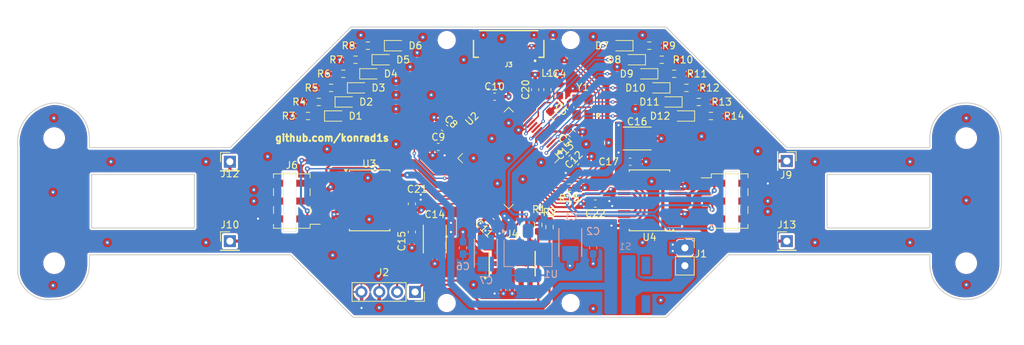
<source format=kicad_pcb>
(kicad_pcb (version 20240108) (generator "pcbnew") (generator_version "8.0")
  (layers (0 "F.Cu" signal) (1 "In1.Cu" signal) (2 "In2.Cu" signal) (31 "B.Cu" signal) (34 "B.Paste" user) (35 "F.Paste" user) (36 "B.SilkS" user "B.Silkscreen") (37 "F.SilkS" user "F.Silkscreen") (38 "B.Mask" user) (39 "F.Mask" user) (44 "Edge.Cuts" user))
  (net 0 "")
  (net 1 "GND")
  (net 2 "VCC")
  (net 3 "+3.3V")
  (net 4 "/schemat_1/RESET")
  (net 5 "Net-(D1-K)")
  (net 6 "/schemat_1/LED1")
  (net 7 "/schemat_1/LED2")
  (net 8 "Net-(D2-K)")
  (net 9 "Net-(D3-K)")
  (net 10 "/schemat_1/LED3")
  (net 11 "/schemat_1/LED4")
  (net 12 "Net-(D4-K)")
  (net 13 "/schemat_1/LED5")
  (net 14 "Net-(D5-K)")
  (net 15 "/schemat_1/LED6")
  (net 16 "Net-(D6-K)")
  (net 17 "Net-(D7-K)")
  (net 18 "/schemat_1/LED7")
  (net 19 "/schemat_1/LED8")
  (net 20 "Net-(D8-K)")
  (net 21 "/schemat_1/LED9")
  (net 22 "Net-(D9-K)")
  (net 23 "Net-(D10-K)")
  (net 24 "/schemat_1/LED10")
  (net 25 "/schemat_1/LED11")
  (net 26 "Net-(D11-K)")
  (net 27 "/schemat_1/LED12")
  (net 28 "Net-(D12-K)")
  (net 29 "/schemat_1/SENSOR8")
  (net 30 "/schemat_1/SENSOR11")
  (net 31 "/schemat_1/I2C_SCL")
  (net 32 "/schemat_1/SENSOR2")
  (net 33 "/schemat_1/SENSOR1")
  (net 34 "/schemat_1/SENSOR7")
  (net 35 "/schemat_1/SENSOR6")
  (net 36 "/schemat_1/SENSOR5")
  (net 37 "/schemat_1/SENSOR9")
  (net 38 "/schemat_1/SENSOR10")
  (net 39 "/schemat_1/I2C_SDA")
  (net 40 "/schemat_1/SENSOR4")
  (net 41 "/schemat_1/SENSOR3")
  (net 42 "/schemat_1/SENSOR12")
  (net 43 "/schemat_1/UART_RX")
  (net 44 "/schemat_1/UART_TX")
  (net 45 "+BATT")
  (net 46 "/schemat_1/SWCLK")
  (net 47 "/schemat_1/MOTOR1_BIN")
  (net 48 "/schemat_1/MOTOR2_BIN")
  (net 49 "/schemat_1/ENCODER1_CH1")
  (net 50 "/schemat_1/MOTOR1_AIN")
  (net 51 "/schemat_1/SWDIO")
  (net 52 "/schemat_1/MOTOR2_PWM")
  (net 53 "/schemat_1/ENCODER1_CH2")
  (net 54 "/schemat_1/MOTOR2_AIN")
  (net 55 "/schemat_1/ENCODER2_CH2")
  (net 56 "/schemat_1/ENCODER2_CH1")
  (net 57 "/schemat_1/MOTOR1_PWM")
  (net 58 "/schemat_1/MOTO_DRIVER1_B")
  (net 59 "/schemat_1/MOTO_DRIVER1_A")
  (net 60 "/schemat_1/MOTO_DRIVER2_B")
  (net 61 "/schemat_1/MOTO_DRIVER2_A")
  (net 62 "Net-(U2-PH1)")
  (net 63 "Net-(U2-VCAP_1)")
  (net 64 "Net-(J2-Pin_2)")
  (net 65 "Net-(J2-Pin_1)")
  (net 66 "Net-(U2-VDDA)")
  (net 67 "Net-(U2-BOOT0)")
  (net 68 "Net-(U2-PH0)")
  (net 81 "/schemat_1/ENCODER2_ZERO")
  (net 82 "/schemat_1/ENCODER1_ZERO")
  (footprint "Resistor_SMD:R_0603_1608Metric_Pad0.98x0.95mm_HandSolder" (layer "F.Cu") (at 174.725 106)
    (property "Reference" "R14")
    (property "Value" "R")
  )
  (footprint "Connector_PinHeader_2.54mm:PinHeader_1x01_P2.54mm_Vertical" (layer "F.Cu") (at 185.5 112.4 -90)
    (property "Reference" "J9")
    (property "Value" "Conn_Moto1_A")
  )
  (footprint "Capacitor_SMD:C_0603_1608Metric_Pad1.08x0.95mm_HandSolder" (layer "F.Cu") (at 149.75 102.25 90)
    (property "Reference" "C20")
    (property "Value" "100nF")
  )
  (footprint "LED_SMD:LED_0603_1608Metric_Pad1.05x0.95mm_HandSolder" (layer "F.Cu") (at 162 96 180)
    (property "Reference" "D7")
    (property "Value" "LED")
  )
  (footprint "" (layer "F.Cu") (at 137.2 95.2)
    (property "Reference" "@HOLE8" (hide yes))
    (property "Value" "")
  )
  (footprint "LED_SMD:LED_0603_1608Metric_Pad1.05x0.95mm_HandSolder" (layer "F.Cu") (at 124.75 102)
    (property "Reference" "D3")
    (property "Value" "LED")
  )
  (footprint "Capacitor_SMD:C_0603_1608Metric_Pad1.08x0.95mm_HandSolder" (layer "F.Cu") (at 144 103.25)
    (property "Reference" "C10")
    (property "Value" "100nF")
  )
  (footprint "LED_SMD:LED_0603_1608Metric_Pad1.05x0.95mm_HandSolder" (layer "F.Cu") (at 121.5 106)
    (property "Reference" "D1")
    (property "Value" "LED")
  )
  (footprint "Resistor_SMD:R_0603_1608Metric_Pad0.98x0.95mm_HandSolder" (layer "F.Cu") (at 120.775 102 180)
    (property "Reference" "R5")
    (property "Value" "R")
  )
  (footprint "Connector_PinSocket_2.54mm:PinSocket_1x02_P2.54mm_Vertical" (layer "F.Cu") (at 171.025 124.75)
    (property "Reference" "J1")
    (property "Value" "Battery")
  )
  (footprint "LED_SMD:LED_0603_1608Metric_Pad1.05x0.95mm_HandSolder" (layer "F.Cu") (at 128.25 98)
    (property "Reference" "D5")
    (property "Value" "LED")
  )
  (footprint "Package_SO:SSOP-24_5.3x8.2mm_P0.65mm" (layer "F.Cu") (at 126.25 118)
    (property "Reference" "U3")
    (property "Value" "TB6612FNG")
  )
  (footprint "Resistor_SMD:R_0603_1608Metric_Pad0.98x0.95mm_HandSolder" (layer "F.Cu") (at 150.2 121.5 -90)
    (property "Reference" "R1")
    (property "Value" "10k")
  )
  (footprint "Resistor_SMD:R_0603_1608Metric_Pad0.98x0.95mm_HandSolder" (layer "F.Cu") (at 119.025 104 180)
    (property "Reference" "R4")
    (property "Value" "R")
  )
  (footprint "" (layer "F.Cu") (at 210.9799 109.1501)
    (property "Reference" "@HOLE2" (hide yes))
    (property "Value" "")
  )
  (footprint "Connector_PinHeader_2.54mm:PinHeader_2x03_P2.54mm_Vertical_SMD" (layer "F.Cu") (at 177.375 118.1)
    (property "Reference" "J11" (hide yes))
    (property "Value" "Conn_Encoder2" (hide yes))
  )
  (footprint "Connector_PinHeader_2.54mm:PinHeader_1x01_P2.54mm_Vertical" (layer "F.Cu") (at 106.4 112.5)
    (property "Reference" "J12")
    (property "Value" "Conn_Moto1_A")
  )
  (footprint "Package_QFP:LQFP-64_10x10mm_P0.5mm" (layer "F.Cu") (at 146 112 -135)
    (property "Reference" "U2")
    (property "Value" "STM32F722RETx")
  )
  (footprint "Connector_PinHeader_2.54mm:PinHeader_1x01_P2.54mm_Vertical" (layer "F.Cu") (at 106.4 123.8)
    (property "Reference" "J10")
    (property "Value" "Conn_Moto1_B")
  )
  (footprint "Capacitor_SMD:C_0603_1608Metric_Pad1.08x0.95mm_HandSolder" (layer "F.Cu") (at 143.5 121 135)
    (property "Reference" "C11")
    (property "Value" "100nF")
  )
  (footprint "Resistor_SMD:R_0603_1608Metric_Pad0.98x0.95mm_HandSolder" (layer "F.Cu") (at 126 96 180)
    (property "Reference" "R8")
    (property "Value" "R")
  )
  (footprint "Capacitor_SMD:C_0603_1608Metric_Pad1.08x0.95mm_HandSolder" (layer "F.Cu") (at 156.25 113.25 45)
    (property "Reference" "C12")
    (property "Value" "100nF")
  )
  (footprint "Capacitor_SMD:C_0603_1608Metric_Pad1.08x0.95mm_HandSolder" (layer "F.Cu") (at 163.25 112.5)
    (property "Reference" "C17")
    (property "Value" "100nF")
  )
  (footprint "Resistor_SMD:R_0603_1608Metric_Pad0.98x0.95mm_HandSolder" (layer "F.Cu") (at 173 104)
    (property "Reference" "R13")
    (property "Value" "R")
  )
  (footprint "Connector_PinSocket_2.54mm:PinSocket_1x04_P2.54mm_Vertical" (layer "F.Cu") (at 132.7 131.025 -90)
    (property "Reference" "J2")
    (property "Value" "Conn_01x04_Socket")
  )
  (footprint "Connector:SAMTEC_FTSH-105-01-F-DV-P-TR" (layer "F.Cu") (at 146.5 127)
    (property "Reference" "J4")
    (property "Value" "FTSH-105-01-F-DV-P-TR")
  )
  (footprint "Capacitor_Tantalum_SMD:CAP_293D-B_VSS" (layer "F.Cu") (at 164.25 109.2)
    (property "Reference" "C16")
    (property "Value" "10uF")
  )
  (footprint "" (layer "F.Cu") (at 81.4399 126.9301)
    (property "Reference" "@HOLE1" (hide yes))
    (property "Value" "")
  )
  (footprint "" (layer "F.Cu") (at 154.8 95.2)
    (property "Reference" "@HOLE9" (hide yes))
    (property "Value" "")
  )
  (footprint "Resistor_SMD:R_0603_1608Metric_Pad0.98x0.95mm_HandSolder" (layer "F.Cu") (at 151.8 121.8 -90)
    (property "Reference" "R2")
    (property "Value" "10k")
  )
  (footprint "Capacitor_SMD:C_0603_1608Metric_Pad1.08x0.95mm_HandSolder" (layer "F.Cu") (at 132.25 118.5 -90)
    (property "Reference" "C21")
    (property "Value" "100nF")
  )
  (footprint "" (layer "F.Cu") (at 154.8 132.6)
    (property "Reference" "@HOLE9" (hide yes))
    (property "Value" "")
  )
  (footprint "LED_SMD:LED_0603_1608Metric_Pad1.05x0.95mm_HandSolder" (layer "F.Cu") (at 170.75 106 180)
    (property "Reference" "D12")
    (property "Value" "LED")
  )
  (footprint "" (layer "F.Cu") (at 210.9799 126.9301)
    (property "Reference" "@HOLE3" (hide yes))
    (property "Value" "")
  )
  (footprint "Capacitor_SMD:C_0603_1608Metric_Pad1.08x0.95mm_HandSolder" (layer "F.Cu") (at 155 112 45)
    (property "Reference" "C13")
    (property "Value" "100nF")
  )
  (footprint "Resistor_SMD:R_0603_1608Metric_Pad0.98x0.95mm_HandSolder" (layer "F.Cu") (at 122.5 100 180)
    (property "Reference" "R6")
    (property "Value" "R")
  )
  (footprint "LED_SMD:LED_0603_1608Metric_Pad1.05x0.95mm_HandSolder" (layer "F.Cu") (at 165.525 100 180)
    (property "Reference" "D9")
    (property "Value" "LED")
  )
  (footprint "Capacitor_SMD:C_0603_1608Metric_Pad1.08x0.95mm_HandSolder" (layer "F.Cu") (at 158.3 118.45 180)
    (property "Reference" "C22")
    (property "Value" "100nF")
  )
  (footprint "Resistor_SMD:R_0603_1608Metric_Pad0.98x0.95mm_HandSolder" (layer "F.Cu") (at 154.6 116.2)
    (property "Reference" "R15")
    (property "Value" "R")
  )
  (footprint "LED_SMD:LED_0603_1608Metric_Pad1.05x0.95mm_HandSolder" (layer "F.Cu") (at 126.5 100)
    (property "Reference" "D4")
    (property "Value" "LED")
  )
  (footprint "Inductor_SMD:L_0603_1608Metric_Pad1.05x0.95mm_HandSolder" (layer "F.Cu") (at 151.5 102.25 -90)
    (property "Reference" "L1")
    (property "Value" "L")
  )
  (footprint "Capacitor_SMD:C_0603_1608Metric_Pad1.08x0.95mm_HandSolder" (layer "F.Cu") (at 153.25 102.25 90)
    (property "Reference" "C4")
    (property "Value" "100nF")
  )
  (footprint "Capacitor_SMD:C_0603_1608Metric_Pad1.08x0.95mm_HandSolder" (layer "F.Cu") (at 136.9 107.7 135)
    (property "Reference" "C8")
    (property "Value" "4.7uF")
  )
  (footprint "Capacitor_SMD:C_0603_1608Metric_Pad1.08x0.95mm_HandSolder" (layer "F.Cu") (at 132.25 122.5 -90)
    (property "Reference" "C15")
    (property "Value" "100nF")
  )
  (footprint "Oscillator:XTAL_QT325G-26.000MAHQ-T" (layer "F.Cu") (at 156.5 104.75 180)
    (property "Reference" "Y1")
    (property "Value" "QT325G-26.000MAHQ-T")
  )
  (footprint "LED_SMD:LED_0603_1608Metric_Pad1.05x0.95mm_HandSolder" (layer "F.Cu") (at 168.975 104 180)
    (property "Reference" "D11")
    (property "Value" "LED")
  )
  (footprint "" (layer "F.Cu") (at 154.8 132.6)
    (property "Reference" "")
    (property "Value" "")
  )
  (footprint "Connector_PinHeader_2.54mm:PinHeader_2x03_P2.54mm_Vertical_SMD" (layer "F.Cu") (at 115.2 118.1 180)
    (property "Reference" "J6")
    (property "Value" "Conn_Encoder1")
  )
  (footprint "Capacitor_SMD:C_0603_1608Metric_Pad1.08x0.95mm_HandSolder" (layer "F.Cu") (at 152.5 106 -45)
    (property "Reference" "C5")
    (property "Value" "18pF")
  )
  (footprint "Resistor_SMD:R_0603_1608Metric_Pad0.98x0.95mm_HandSolder" (layer "F.Cu") (at 165.975 96)
    (property "Reference" "R9")
    (property "Value" "R")
  )
  (footprint "Resistor_SMD:R_0603_1608Metric_Pad0.98x0.95mm_HandSolder" (layer "F.Cu") (at 124.25 98 180)
    (property "Reference" "R7")
    (property "Value" "R")
  )
  (footprint "" (layer "F.Cu") (at 137.2 132.6)
    (property "Reference" "@HOLE8" (hide yes))
    (property "Value" "")
  )
  (footprint "Resistor_SMD:R_0603_1608Metric_Pad0.98x0.95mm_HandSolder" (layer "F.Cu") (at 117.5 106 180)
    (property "Reference" "R3")
    (property "Value" "R")
  )
  (footprint "Capacitor_SMD:C_0603_1608Metric_Pad1.08x0.95mm_HandSolder" (layer "F.Cu") (at 136 110.4 180)
    (property "Reference" "C9")
    (property "Value" "100nF")
  )
  (footprint "LED_SMD:LED_0603_1608Metric_Pad1.05x0.95mm_HandSolder" (layer "F.Cu") (at 123 104)
    (property "Reference" "D2")
    (property "Value" "LED")
  )
  (footprint "" (layer "F.Cu") (at 81.4399 109.1501)
    (property "Reference" "@HOLE0" (hide yes))
    (property "Value" "")
  )
  (footprint "Capacitor_Tantalum_SMD:CAP_293D-B_VSS" (layer "F.Cu") (at 135.5 123.5 -90)
    (property "Reference" "C14")
    (property "Value" "10uF")
  )
  (footprint "Package_SO:SSOP-24_5.3x8.2mm_P0.65mm" (layer "F.Cu") (at 166 118 180)
    (property "Reference" "U4")
    (property "Value" "TB6612FNG")
  )
  (footprint "Resistor_SMD:R_0603_1608Metric_Pad0.98x0.95mm_HandSolder" (layer "F.Cu") (at 169.5 100)
    (property "Reference" "R11")
    (property "Value" "R")
  )
  (footprint "LED_SMD:LED_0603_1608Metric_Pad1.05x0.95mm_HandSolder" (layer "F.Cu") (at 163.775 98 180)
    (property "Reference" "D8")
    (property "Value" "LED")
  )
  (footprint "Connector_PinHeader_2.54mm:PinHeader_1x01_P2.54mm_Vertical" (layer "F.Cu") (at 185.5 123.8)
    (property "Reference" "J13")
    (property "Value" "Conn_Moto1_B")
  )
  (footprint "Resistor_SMD:R_0603_1608Metric_Pad0.98x0.95mm_HandSolder" (layer "F.Cu") (at 167.75 98)
    (property "Reference" "R10")
    (property "Value" "R")
  )
  (footprint "LED_SMD:LED_0603_1608Metric_Pad1.05x0.95mm_HandSolder" (layer "F.Cu") (at 167.25 102 180)
    (property "Reference" "D10")
    (property "Value" "LED")
  )
  (footprint "Resistor_SMD:R_0603_1608Metric_Pad0.98x0.95mm_HandSolder" (layer "F.Cu") (at 171.25 102)
    (property "Reference" "R12")
    (property "Value" "R")
  )
  (footprint "LED_SMD:LED_0603_1608Metric_Pad1.05x0.95mm_HandSolder" (layer "F.Cu") (at 130 96)
    (property "Reference" "D6")
    (property "Value" "LED")
  )
  (footprint "Capacitor_SMD:C_0603_1608Metric_Pad1.08x0.95mm_HandSolder" (layer "F.Cu") (at 155 108.5 135)
    (property "Reference" "C3")
    (property "Value" "18pF")
  )
  (footprint "" (layer "F.Cu") (at 137.2 132.6)
    (property "Reference" "")
    (property "Value" "")
  )
  (footprint "Sensor:GCT_FFC2B28-16-G" (layer "F.Cu") (at 146 95.75 180)
    (property "Reference" "J3")
    (property "Value" "SENSOR_CONN")
  )
  (footprint "Capacitor_Tantalum_SMD:CAP_293D-B_VSS" (layer "B.Cu") (at 142.75 125.5 90)
    (property "Reference" "C7")
    (property "Value" "10uF")
  )
  (footprint "schemat:SW_JS202011SCQN" (layer "B.Cu") (at 163 130 180)
    (property "Reference" "S1")
    (property "Value" "JS202011SCQN")
  )
  (footprint "Capacitor_SMD:C_0603_1608Metric_Pad1.08x0.95mm_HandSolder" (layer "B.Cu") (at 139.5 124.75 90)
    (property "Reference" "C6")
    (property "Value" "100nF")
  )
  (footprint "Package_TO_SOT_SMD:SOT-223-3_TabPin2" (layer "B.Cu") (at 148.75 125.5 -90)
    (property "Reference" "U1")
    (property "Value" "LM1117MP-3.3")
  )
  (footprint "Capacitor_SMD:C_0603_1608Metric_Pad1.08x0.95mm_HandSolder" (layer "B.Cu") (at 158 124.75 -90)
    (property "Reference" "C2")
    (property "Value" "100nF")
  )
  (footprint "Capacitor_Tantalum_SMD:CAP_293D-B_VSS" (layer "B.Cu") (at 154.75 124 -90)
    (property "Reference" "C1")
    (property "Value" "10uF")
  )
  (gr_line (start 86.44 109.15) (end 86.44 110.5) (stroke (width 0.1524)) (layer "Edge.Cuts"))
  (gr_line (start 178.6 121.9) (end 178.6 122.3) (stroke (width 0.05)) (layer "Edge.Cuts"))
  (gr_arc (start 215.98 127.09) (mid 214.515534 130.625536) (end 210.98 132.09) (stroke (width 0.1524)) (layer "Edge.Cuts"))
  (gr_line (start 210.82 132.09) (end 210.98 132.09) (stroke (width 0.05)) (layer "Edge.Cuts"))
  (gr_line (start 101.3625 121.93) (end 101.3625 114.31) (stroke (width 0.1524)) (layer "Edge.Cuts"))
  (gr_line (start 81.28 132.09) (end 81.44 132.09) (stroke (width 0.05)) (layer "Edge.Cuts"))
  (gr_line (start 86.44 127.09) (end 86.44 125.74) (stroke (width 0.1524)) (layer "Edge.Cuts"))
  (gr_line (start 115.8 122) (end 115.8 114.4) (stroke (width 0.05)) (layer "Edge.Cuts"))
  (gr_line (start 185.5 110.5) (end 168.355 93.355) (stroke (width 0.1524)) (layer "Edge.Cuts"))
  (gr_line (start 114 122.4) (end 114 122) (stroke (width 0.05)) (layer "Edge.Cuts"))
  (gr_line (start 115.8 114) (end 115.8 114.4) (stroke (width 0.05)) (layer "Edge.Cuts"))
  (gr_line (start 114 114.4) (end 114 114) (stroke (width 0.05)) (layer "Edge.Cuts"))
  (gr_arc (start 210.98 104.15) (mid 214.515501 105.614497) (end 215.98 109.15) (stroke (width 0.1524)) (layer "Edge.Cuts"))
  (gr_line (start 115.015 125.74) (end 123.905 134.63) (stroke (width 0.1524)) (layer "Edge.Cuts"))
  (gr_line (start 191.215 114.31) (end 191.215 121.93) (stroke (width 0.1524)) (layer "Edge.Cuts"))
  (gr_line (start 81.28 104.15) (end 81.44 104.15) (stroke (width 0.05)) (layer "Edge.Cuts"))
  (gr_line (start 114 114) (end 115.8 114) (stroke (width 0.05)) (layer "Edge.Cuts"))
  (gr_line (start 191.215 114.31) (end 205.82 114.31) (stroke (width 0.1524)) (layer "Edge.Cuts"))
  (gr_arc (start 81.28 132.09) (mid 78.007474 131.260557) (end 76.28 128.36) (stroke (width 0.1524)) (layer "Edge.Cuts"))
  (gr_line (start 205.82 121.93) (end 205.82 114.31) (stroke (width 0.1524)) (layer "Edge.Cuts"))
  (gr_line (start 114 122) (end 114 114.4) (stroke (width 0.05)) (layer "Edge.Cuts"))
  (gr_line (start 86.7575 121.93) (end 101.3625 121.93) (stroke (width 0.1524)) (layer "Edge.Cuts"))
  (gr_arc (start 81.44 104.15) (mid 84.975514 105.614488) (end 86.44 109.15) (stroke (width 0.1524)) (layer "Edge.Cuts"))
  (gr_line (start 215.98 127.09) (end 215.98 109.15) (stroke (width 0.1524)) (layer "Edge.Cuts"))
  (gr_line (start 176.8 122.3) (end 176.8 121.9) (stroke (width 0.05)) (layer "Edge.Cuts"))
  (gr_line (start 176.8 114.3) (end 176.8 113.9) (stroke (width 0.05)) (layer "Edge.Cuts"))
  (gr_line (start 205.82 125.74) (end 205.82 127.09) (stroke (width 0.1524)) (layer "Edge.Cuts"))
  (gr_line (start 115.8 122.4) (end 114 122.4) (stroke (width 0.05)) (layer "Edge.Cuts"))
  (gr_line (start 205.82 109.15) (end 205.82 110.5) (stroke (width 0.1524)) (layer "Edge.Cuts"))
  (gr_line (start 115.8 122) (end 115.8 122.4) (stroke (width 0.05)) (layer "Edge.Cuts"))
  (gr_line (start 168.355 93.355) (end 123.5875 93.355) (stroke (width 0.1524)) (layer "Edge.Cuts"))
  (gr_arc (start 76.28 110.42) (mid 77.48144 106.249466) (end 81.28 104.15) (stroke (width 0.1524)) (layer "Edge.Cuts"))
  (gr_line (start 76.28 110.42) (end 76.28 128.36) (stroke (width 0.1524)) (layer "Edge.Cuts"))
  (gr_line (start 86.44 110.5) (end 106.4425 110.5) (stroke (width 0.1524)) (layer "Edge.Cuts"))
  (gr_line (start 86.7575 114.31) (end 101.3625 114.31) (stroke (width 0.1524)) (layer "Edge.Cuts"))
  (gr_arc (start 205.82 109.15) (mid 207.284466 105.614468) (end 210.82 104.15) (stroke (width 0.1524)) (layer "Edge.Cuts"))
  (gr_line (start 178.6 121.9) (end 178.6 114.3) (stroke (width 0.05)) (layer "Edge.Cuts"))
  (gr_line (start 177.245 125.74) (end 168.355 134.63) (stroke (width 0.1524)) (layer "Edge.Cuts"))
  (gr_line (start 205.82 110.5) (end 185.5 110.5) (stroke (width 0.1524)) (layer "Edge.Cuts"))
  (gr_arc (start 210.82 132.09) (mid 207.284434 130.625565) (end 205.82 127.09) (stroke (width 0.1524)) (layer "Edge.Cuts"))
  (gr_line (start 178.6 113.9) (end 178.6 114.3) (stroke (width 0.05)) (layer "Edge.Cuts"))
  (gr_line (start 177.245 125.74) (end 205.82 125.74) (stroke (width 0.1524)) (layer "Edge.Cuts"))
  (gr_arc (start 86.44 127.09) (mid 84.975535 130.625535) (end 81.44 132.09) (stroke (width 0.1524)) (layer "Edge.Cuts"))
  (gr_line (start 176.8 113.9) (end 178.6 113.9) (stroke (width 0.05)) (layer "Edge.Cuts"))
  (gr_line (start 210.98 104.15) (end 210.82 104.15) (stroke (width 0.05)) (layer "Edge.Cuts"))
  (gr_line (start 178.6 122.3) (end 176.8 122.3) (stroke (width 0.05)) (layer "Edge.Cuts"))
  (gr_line (start 191.215 121.93) (end 205.82 121.93) (stroke (width 0.1524)) (layer "Edge.Cuts"))
  (gr_line (start 106.4425 110.5) (end 123.5875 93.355) (stroke (width 0.1524)) (layer "Edge.Cuts"))
  (gr_line (start 123.905 134.63) (end 168.355 134.63) (stroke (width 0.1524)) (layer "Edge.Cuts"))
  (gr_line (start 86.44 125.74) (end 115.015 125.74) (stroke (width 0.1524)) (layer "Edge.Cuts"))
  (gr_line (start 176.8 121.9) (end 176.8 114.3) (stroke (width 0.05)) (layer "Edge.Cuts"))
  (gr_line (start 86.7575 114.31) (end 86.7575 121.93) (stroke (width 0.1524)) (layer "Edge.Cuts"))
  (gr_text "github.com/konrad1s" (at 112.7 109.7 0) (layer "F.SilkS") (effects (font (size 1 1) (thickness 0.25) (bold yes)) (justify left bottom)))
  (segment (start 144.285266 105.689072) (end 143.6 105.003806) (width 0.3) (layer "F.Cu") (net 1))
  (segment (start 121.175 116.375) (end 122.65 116.375) (width 0.45) (layer "F.Cu") (net 1))
  (segment (start 120.9 116.1) (end 121.175 116.375) (width 0.45) (layer "F.Cu") (net 1))
  (segment (start 135.4 109.4) (end 135.137499 109.662501) (width 0.3) (layer "F.Cu") (net 1))
  (segment (start 149.65 94.5) (end 150.7 94.5) (width 0.3) (layer "F.Cu") (net 1))
  (segment (start 170.825 120.275) (end 169.6 120.275) (width 0.45) (layer "F.Cu") (net 1))
  (segment (start 139.689072 110.285266) (end 141 111.596194) (width 0.3) (layer "F.Cu") (net 1))
  (segment (start 121.475 119.625) (end 122.65 119.625) (width 0.45) (layer "F.Cu") (net 1))
  (segment (start 149.75 101.5) (end 149.75 100.112501) (width 0.5) (layer "F.Cu") (net 1))
  (segment (start 169.6 115.725) (end 170.725 115.725) (width 0.45) (layer "F.Cu") (net 1))
  (segment (start 151.85988 105.39012) (end 152.75 104.5) (width 0.5) (layer "F.Cu") (net 1))
  (segment (start 171 120.1) (end 170.825 120.275) (width 0.45) (layer "F.Cu") (net 1))
  (segment (start 135.5 125.6625) (end 135.5 127) (width 0.5) (layer "F.Cu") (net 1))
  (segment (start 138.803806 109.4) (end 135.4 109.4) (width 0.3) (layer "F.Cu") (net 1))
  (segment (start 149.25 95.975) (end 149.25 97.025) (width 0.3) (layer "F.Cu") (net 1))
  (segment (start 121 116.1) (end 121.375 115.725) (width 0.45) (layer "F.Cu") (net 1))
  (segment (start 155.7125 116.2) (end 156.8 116.2) (width 0.5) (layer "F.Cu") (net 1))
  (segment (start 157.36875 118.5) (end 156.23125 118.5) (width 0.5) (layer "F.Cu") (net 1))
  (segment (start 173.9125 104) (end 175.25 104) (width 0.5) (layer "F.Cu") (net 1))
  (segment (start 142.35 94.5) (end 141.3 94.5) (width 0.3) (layer "F.Cu") (net 1))
  (segment (start 121.2 120) (end 121.475 120.275) (width 0.45) (layer "F.Cu") (net 1))
  (segment (start 153.25 101.443749) (end 153.25 100.05625) (width 0.5) (layer "F.Cu") (net 1))
  (segment (start 127.6 131.13125) (end 127.6 133.26875) (width 0.5) (layer "F.Cu") (net 1))
  (segment (start 144.289072 118.310928) (end 145.2 117.4) (width 0.3) (layer "F.Cu") (net 1))
  (segment (start 132.25 119.3625) (end 133.5625 119.3625) (width 0.5) (layer "F.Cu") (net 1))
  (segment (start 121.2 120) (end 121.2 119.9) (width 0.45) (layer "F.Cu") (net 1))
  (segment (start 121.5875 100) (end 120.25 100) (width 0.5) (layer "F.Cu") (net 1))
  (segment (start 156.85988 112.64012) (end 157.75 111.75) (width 0.5) (layer "F.Cu") (net 1))
  (segment (start 166.9125 96) (end 168.25 96) (width 0.5) (layer "F.Cu") (net 1))
  (segment (start 116.5875 106) (end 115.25 106) (width 0.5) (layer "F.Cu") (net 1))
  (segment (start 143.6 105.003806) (end 143.6 104.512501) (width 0.3) (layer "F.Cu") (net 1))
  (segment (start 136.29012 107.09012) (end 135.4 106.2) (width 0.5) (layer "F.Cu") (net 1))
  (segment (start 118.0875 104) (end 116.75 104) (width 0.5) (layer "F.Cu") (net 1))
  (segment (start 133.5625 119.3625) (end 133.6 119.4) (width 0.5) (layer "F.Cu") (net 1))
  (segment (start 168.6625 98) (end 170 98) (width 0.5) (layer "F.Cu") (net 1))
  (segment (start 111.8375 118.1) (end 110.4 118.1) (width 0.5) (layer "F.Cu") (net 1))
  (segment (start 170.4125 100) (end 171.75 100) (width 0.5) (layer "F.Cu") (net 1))
  (segment (start 145.596194 107) (end 146 107) (width 0.3) (layer "F.Cu") (net 1))
  (segment (start 121.2 119.9) (end 121.475 119.625) (width 0.45) (layer "F.Cu") (net 1))
  (segment (start 121.475 120.275) (end 122.65 120.275) (width 0.45) (layer "F.Cu") (net 1))
  (segment (start 135.137499 109.662501) (end 135.137499 110.4) (width 0.3) (layer "F.Cu") (net 1))
  (segment (start 160.490496 117.090496) (end 161.075 117.675) (width 0.45) (layer "F.Cu") (net 1))
  (segment (start 110.4 118.1) (end 110.5 118.1) (width 0.5) (layer "F.Cu") (net 1))
  (segment (start 171 116) (end 171 116.2) (width 0.45) (layer "F.Cu") (net 1))
  (segment (start 143.3 119.98024) (end 142.89012 120.39012) (width 0.3) (layer "F.Cu") (net 1))
  (segment (start 120.7 116.1) (end 120.9 116.1) (width 0.45) (layer "F.Cu") (net 1))
  (segment (start 129.85 118.325) (end 131.2125 118.325) (width 0.3) (layer "F.Cu") (net 1))
  (segment (start 170.725 115.725) (end 171 116) (width 0.45) (layer "F.Cu") (net 1))
  (segment (start 123.3375 98) (end 122 98) (width 0.5) (layer "F.Cu") (net 1))
  (segment (start 172.1625 102) (end 173.5 102) (width 0.5) (layer "F.Cu") (net 1))
  (segment (start 175.6625 106) (end 177 106) (width 0.5) (layer "F.Cu") (net 1))
  (segment (start 144.862501 103.25) (end 146 103.25) (width 0.5) (layer "F.Cu") (net 1))
  (segment (start 171 116.2) (end 170.825 116.375) (width 0.45) (layer "F.Cu") (net 1))
  (segment (start 135.162501 110.4) (end 135.162501 111.562501) (width 0.5) (layer "F.Cu") (net 1))
  (segment (start 125.0875 96) (end 123.75 96) (width 0.5) (layer "F.Cu") (net 1))
  (segment (start 164.1625 112.5) (end 165.5 112.5) (width 0.5) (layer "F.Cu") (net 1))
  (segment (start 144.285266 105.689072) (end 145.596194 107) (width 0.3) (layer "F.Cu") (net 1))
  (segment (start 161.075 117.675) (end 162.4 117.675) (width 0.45) (layer "F.Cu") (net 1))
  (segment (start 144.285266 118.310928) (end 143.3 119.296194) (width 0.3) (layer "F.Cu") (net 1))
  (segment (start 145.25 129.9125) (end 145.25 131.25) (width 0.5) (layer "F.Cu") (net 1))
  (segment (start 155.60988 109.14012) (end 156.5 108.25) (width 0.5) (layer "F.Cu") (net 1))
  (segment (start 120.7 116.1) (end 121 116.1) (width 0.45) (layer "F.Cu") (net 1))
  (segment (start 150.6 112.6) (end 151.196194 112.6) (width 0.3) (layer "F.Cu") (net 1))
  (segment (start 180.8625 118.1) (end 182.8 118.1) (width 0.5) (layer "F.Cu") (net 1))
  (segment (start 131.2125 118.325) (end 132.25 119.3625) (width 0.3) (layer "F.Cu") (net 1))
  (segment (start 121.375 115.725) (end 122.65 115.725) (width 0.45) (layer "F.Cu") (net 1))
  (segment (start 119.8375 102) (end 118.5 102) (width 0.5) (layer "F.Cu") (net 1))
  (segment (start 169.6 119.625) (end 170.725 119.625) (width 0.45) (layer "F.Cu") (net 1))
  (segment (start 145.2 116.4) (end 144.4 115.6) (width 0.3) (layer "F.Cu") (net 1))
  (segment (start 147.525126 108) (end 148.775394 106.749732) (width 0.3) (layer "F.Cu") (net 1))
  (segment (start 111.425 118.1) (end 109.8 118.1) (width 0.5) (layer "F.Cu") (net 1))
  (segment (start 151.89012 105.39012) (end 151.85988 105.39012) (width 0.2) (layer "F.Cu") (net 1))
  (segment (start 139.689072 110.285266) (end 138.803806 109.4) (width 0.3) (layer "F.Cu") (net 1))
  (segment (start 160.490496 116.3976) (end 160.490496 117.090496) (width 0.45) (layer "F.Cu") (net 1))
  (segment (start 144.285266 118.310928) (end 144.289072 118.310928) (width 0.3) (layer "F.Cu") (net 1))
  (segment (start 143.6 104.512501) (end 144.862501 103.25) (width 0.3) (layer "F.Cu") (net 1))
  (segment (start 170.825 116.375) (end 169.6 116.375) (width 0.45) (layer "F.Cu") (net 1))
  (segment (start 146.5 129.9125) (end 146.5 131.25) (width 0.5) (layer "F.Cu") (net 1))
  (segment (start 145.2 117.4) (end 145.2 116.4) (width 0.3) (layer "F.Cu") (net 1))
  (segment (start 132.25 123.4125) (end 132.25 124.75) (width 0.5) (layer "F.Cu") (net 1))
  (segment (start 143.3 119.296194) (end 143.3 119.98024) (width 0.3) (layer "F.Cu") (net 1))
  (segment (start 147.4 108) (end 147.525126 108) (width 0.3) (layer "F.Cu") (net 1))
  (segment (start 142.89012 120.35988) (end 142 121.25) (width 0.5) (layer "F.Cu") (net 1))
  (segment (start 151.196194 112.6) (end 152.310928 113.714734) (width 0.3) (layer "F.Cu") (net 1))
  (segment (start 155.60988 111.39012) (end 157 110) (width 0.5) (layer "F.Cu") (net 1))
  (segment (start 170.725 119.625) (end 171 119.9) (width 0.45) (layer "F.Cu") (net 1))
  (segment (start 141 111.596194) (end 141 112) (width 0.3) (layer "F.Cu") (net 1))
  (segment (start 166.33125 109.2) (end 167.66875 109.2) (width 0.5) (layer "F.Cu") (net 1))
  (via (at 177 106) (size 0.7) (drill 0.3) (layers "F.Cu" "B.Cu") (net 1))
  (via (at 211 130) (size 0.7) (drill 0.3) (layers "F.Cu" "B.Cu") (net 1))
  (via (at 130 110) (size 0.7) (drill 0.3) (layers "F.Cu" "B.Cu") (net 1))
  (via (at 157.75 111.75) (size 0.7) (drill 0.3) (layers "F.Cu" "B.Cu") (net 1))
  (via (at 155.1 102.1) (size 0.5) (drill 0.25) (layers "F.Cu" "B.Cu") (net 1))
  (via (at 146 103.25) (size 0.7) (drill 0.3) (layers "F.Cu" "B.Cu") (net 1))
  (via (at 122 98) (size 0.7) (drill 0.3) (layers "F.Cu" "B.Cu") (net 1))
  (via (at 157 110) (size 0.7) (drill 0.3) (layers "F.Cu" "B.Cu") (net 1))
  (via (at 127.6 133.26875) (size 0.7) (drill 0.3) (layers "F.Cu" "B.Cu") (net 1))
  (via (at 130 101) (size 0.7) (drill 0.3) (layers "F.Cu" "B.Cu") (net 1))
  (via (at 165 94.5) (size 0.7) (drill 0.3) (layers "F.Cu" "B.Cu") (net 1))
  (via (at 211 118) (size 0.7) (drill 0.3) (layers "F.Cu" "B.Cu") (net 1))
  (via (at 148 115) (size 0.7) (drill 0.3) (layers "F.Cu" "B.Cu") (net 1))
  (via (at 165.5 112.5) (size 0.7) (drill 0.3) (layers "F.Cu" "B.Cu") (net 1))
  (via (at 158 94.725) (size 0.7) (drill 0.3) (layers "F.Cu" "B.Cu") (net 1))
  (via (at 89.5 112.5) (size 0.7) (drill 0.3) (layers "F.Cu" "B.Cu") (net 1))
  (via (at 152.75 104.5) (size 0.7) (drill 0.3) (layers "F.Cu" "B.Cu") (net 1))
  (via (at 121.2 120) (size 0.7) (drill 0.3) (layers "F.Cu" "B.Cu") (net 1))
  (via (at 168.25 96) (size 0.7) (drill 0.3) (layers "F.Cu" "B.Cu") (net 1))
  (via (at 166.3 115.3) (size 0.7) (drill 0.3) (layers "F.Cu" "B.Cu") (net 1))
  (via (at 156.23125 118.5) (size 0.7) (drill 0.3) (layers "F.Cu" "B.Cu") (net 1))
  (via (at 132.25 124.75) (size 0.7) (drill 0.3) (layers "F.Cu" "B.Cu") (net 1))
  (via (at 146 107) (size 0.7) (drill 0.3) (layers "F.Cu" "B.Cu") (net 1))
  (via (at 211 106.3) (size 0.7) (drill 0.3) (layers "F.Cu" "B.Cu") (net 1))
  (via (at 167.66875 109.2) (size 0.7) (drill 0.3) (layers "F.Cu" "B.Cu") (net 1))
  (via (at 103 124) (size 0.7) (drill 0.3) (layers "F.Cu" "B.Cu") (net 1))
  (via (at 126.2 120.7) (size 0.7) (drill 0.3) (layers "F.Cu" "B.Cu") (net 1))
  (via (at 169.3 124.3) (size 0.7) (drill 0.3) (layers "F.Cu" "B.Cu") (net 1))
  (via (at 164 105) (size 0.7) (drill 0.3) (layers "F.Cu" "B.Cu") (net 1))
  (via (at 81.4 106.3) (size 0.7) (drill 0.3) (layers "F.Cu" "B.Cu") (net 1))
  (via (at 171 119.9) (size 0.7) (drill 0.3) (layers "F.Cu" "B.Cu") (net 1))
  (via (at 171.75 100) (size 0.7) (drill 0.3) (layers "F.Cu" "B.Cu") (net 1))
  (via (at 156.5 108.25) (size 0.7) (drill 0.3) (layers "F.Cu" "B.Cu") (net 1))
  (via (at 109.8 118.1) (size 0.7) (drill 0.3) (layers "F.Cu" "B.Cu") (net 1))
  (via (at 144.4 115.6) (size 0.7) (drill 0.3) (layers "F.Cu" "B.Cu") (net 1))
  (via (at 167.6 132.2) (size 0.7) (drill 0.3) (layers "F.Cu" "B.Cu") (net 1))
  (via (at 120.7 116.1) (size 0.7) (drill 0.3) (layers "F.Cu" "B.Cu") (net 1))
  (via (at 173.4 108.9) (size 0.7) (drill 0.3) (layers "F.Cu" "B.Cu") (net 1))
  (via (at 127.5 128.8) (size 0.7) (drill 0.3) (layers "F.Cu" "B.Cu") (net 1))
  (via (at 145.4 120.2) (size 0.7) (drill 0.3) (layers "F.Cu" "B.Cu") (net 1))
  (via (at 158 133.4) (size 0.7) (drill 0.3) (layers "F.Cu" "B.Cu") (net 1))
  (via (at 203 124) (size 0.7) (drill 0.3) (layers "F.Cu" "B.Cu") (net 1))
  (via (at 141 130) (size 0.7) (drill 0.3) (layers "F.Cu" "B.Cu") (net 1))
  (via (at 152.3 94.5) (size 0.7) (drill 0.3) (layers "F.Cu" "B.Cu") (net 1))
  (via (at 144.6 101.4) (size 0.7) (drill 0.3) (layers "F.Cu" "B.Cu") (net 1))
  (via (at 161.4 99) (size 0.7) (drill 0.3) (layers "F.Cu" "B.Cu") (net 1))
  (via (at 165 124) (size 0.7) (drill 0.3) (layers "F.Cu" "B.Cu") (net 1))
  (via (at 149.75 100.112501) (size 0.7) (drill 0.3) (layers "F.Cu" "B.Cu") (net 1))
  (via (at 189.5 112.5) (size 0.7) (drill 0.3) (layers "F.Cu" "B.Cu") (net 1))
  (via (at 154.7 127.3) (size 0.7) (drill 0.3) (layers "F.Cu" "B.Cu") (net 1))
  (via (at 133.6 119.4) (size 0.7) (drill 0.3) (layers "F.Cu" "B.Cu") (net 1))
  (via (at 145.25 131.25) (size 0.7) (drill 0.3) (layers "F.Cu" "B.Cu") (net 1))
  (via (at 173.5 102) (size 0.7) (drill 0.3) (layers "F.Cu" "B.Cu") (net 1))
  (via (at 141 112) (size 0.7) (drill 0.3) (layers "F.Cu" "B.Cu") (net 1))
  (via (at 123.75 96) (size 0.7) (drill 0.3) (layers "F.Cu" "B.Cu") (net 1))
  (via (at 143.6 109.2) (size 0.7) (drill 0.3) (layers "F.Cu" "B.Cu") (net 1))
  (via (at 147.4 108) (size 0.7) (drill 0.3) (layers "F.Cu" "B.Cu") (net 1))
  (via (at 130 105) (size 0.7) (drill 0.3) (layers "F.Cu" "B.Cu") (net 1))
  (via (at 149.25 95.975) (size 0.5) (drill 0.25) (layers "F.Cu" "B.Cu") (net 1))
  (via (at 139.5 122.5) (size 0.7) (drill 0.3) (layers "F.Cu" "B.Cu") (net 1))
  (via (at 89 124) (size 0.7) (drill 0.3) (layers "F.Cu" "B.Cu") (net 1))
  (via (at 133 97) (size 0.7) (drill 0.3) (layers "F.Cu" "B.Cu") (net 1))
  (via (at 153.9 98.1) (size 0.5) (drill 0.25) (layers "F.Cu" "B.Cu") (net 1))
  (via (at 116.75 104) (size 0.7) (drill 0.3) (layers "F.Cu" "B.Cu") (net 1))
  (via (at 182.8 118.1) (size 0.7) (drill 0.3) (layers "F.Cu" "B.Cu") (net 1))
  (via (at 149.6 94.5) (size 0.5) (drill 0.25) (layers "F.Cu" "B.Cu") (net 1))
  (via (at 109.8 116.5) (size 0.7) (drill 0.3) (layers "F.Cu" "B.Cu") (net 1))
  (via (at 121 125.8) (size 0.7) (drill 0.3) (layers "F.Cu" "B.Cu") (net 1))
  (via (at 135.5 127) (size 0.7) (drill 0.3) (layers "F.Cu" "B.Cu") (net 1))
  (via (at 115.25 106) (size 0.7) (drill 0.3) (layers "F.Cu" "B.Cu") (net 1))
  (via (at 171 116) (size 0.7) (drill 0.3) (layers "F.Cu" "B.Cu") (net 1))
  (via (at 120.25 100) (size 0.7) (drill 0.3) (layers "F.Cu" "B.Cu") (net 1))
  (via (at 146 120.8) (size 0.7) (drill 0.3) (layers "F.Cu" "B.Cu") (net 1))
  (via (at 146.5 131.25) (size 0.7) (drill 0.3) (layers "F.Cu" "B.Cu") (net 1))
  (via (at 145 95) (size 0.7) (drill 0.3) (layers "F.Cu" "B.Cu") (net 1))
  (via (at 103 112.5) (size 0.7) (drill 0.3) (layers "F.Cu" "B.Cu") (net 1))
  (via (at 81.28 116.84) (size 0.7) (drill 0.3) (layers "F.Cu" "B.Cu") (net 1))
  (via (at 126 114.8) (size 0.7) (drill 0.3) (layers "F.Cu" "B.Cu") (net 1))
  (via (at 135.4 106.2) (size 0.7) (drill 0.3) (layers "F.Cu" "B.Cu") (net 1))
  (via (at 175.25 104) (size 0.7) (drill 0.3) (layers "F.Cu" "B.Cu") (net 1))
  (via (at 139.6 98) (size 0.7) (drill 0.3) (layers "F.Cu" "B.Cu") (net 1))
  (via (at 146 112) (size 0.7) (drill 0.3) (layers "F.Cu" "B.Cu") (net 1))
  (via (at 81.28 130.1) (size 0.7) (drill 0.3) (layers "F.Cu" "B.Cu") (net 1))
  (via (at 111.76 111.76) (size 0.7) (drill 0.3) (layers "F.Cu" "B.Cu") (net 1))
  (via (at 160.2 109.8) (size 0.7) (drill 0.3) (layers "F.Cu" "B.Cu") (net 1))
  (via (at 153.25 100.05625) (size 0.7) (drill 0.3) (layers "F.Cu" "B.Cu") (net 1))
  (via (at 181.4 111) (size 0.7) (drill 0.3) (layers "F.Cu" "B.Cu") (net 1))
  (via (at 169.3 125.2) (size 0.7) (drill 0.3) (layers "F.Cu" "B.Cu") (net 1))
  (via (at 142.4 94.5) (size 0.5) (drill 0.25) (layers "F.Cu" "B.Cu") (net 1))
  (via (at 135 103) (size 0.7) (drill 0.3) (layers "F.Cu" "B.Cu") (net 1))
  (via (at 142.7 122.3) (size 0.7) (drill 0.3) (layers "F.Cu" "B.Cu") (net 1))
  (via (at 133.8 94.8) (size 0.7) (drill 0.3) (layers "F.Cu" "B.Cu") (net 1))
  (via (at 132 99) (size 0.7) (drill 0.3) (layers "F.Cu" "B.Cu") (net 1))
  (via (at 142 121.25) (size 0.7) (drill 0.3) (layers "F.Cu" "B.Cu") (net 1))
  (via (at 118.5 102) (size 0.7) (drill 0.3) (layers "F.Cu" "B.Cu") (net 1))
  (via (at 158 127) (size 0.7) (drill 0.3) (layers "F.Cu" "B.Cu") (net 1))
  (via (at 189.5 124) (size 0.7) (drill 0.3) (layers "F.Cu" "B.Cu") (net 1))
  (via (at 203 112.5) (size 0.7) (drill 0.3) (layers "F.Cu" "B.Cu") (net 1))
  (via (at 182.8 119.6) (size 0.7) (drill 0.3) (layers "F.Cu" "B.Cu") (net 1))
  (via (at 150.6 112.6) (size 0.7) (drill 0.3) (layers "F.Cu" "B.Cu") (net 1))
  (via (at 130 103) (size 0.7) (drill 0.3) (layers "F.Cu" "B.Cu") (net 1))
  (via (at 135.2 111.6) (size 0.7) (drill 0.3) (layers "F.Cu" "B.Cu") (net 1))
  (via (at 156.8 116.2) (size 0.7) (drill 0.3) (layers "F.Cu" "B.Cu") (net 1))
  (via (at 125 94.5) (size 0.7) (drill 0.3) (layers "F.Cu" "B.Cu") (net 1))
  (via (at 120.2 110.7) (size 0.7) (drill 0.3) (layers "F.Cu" "B.Cu") (net 1))
  (via (at 170 98) (size 0.7) (drill 0.3) (layers "F.Cu" "B.Cu") (net 1))
  (via (at 160.490496 116.3976) (size 0.6) (drill 0.3) (layers "F.Cu" "B.Cu") (net 1))
  (segment (start 142.7 121.95) (end 142 121.25) (width 0.5) (layer "B.Cu") (net 1))
  (segment (start 139.5 123.8875) (end 139.5 122.5) (width 0.5) (layer "B.Cu") (net 1))
  (segment (start 158 125.55625) (end 158 127) (width 0.5) (layer "B.Cu") (net 1))
  (segment (start 158 127) (end 158 126.94375) (width 0.5) (layer "B.Cu") (net 1))
  (segment (start 142.75 122) (end 142 121.25) (width 1) (layer "B.Cu") (net 1))
  (segment (start 142.7 123.74375) (end 142.7 122.3) (width 0.5) (layer "B.Cu") (net 1))
  (segment (start 154.75 127.25) (end 154.7 127.3) (width 1) (layer "B.Cu") (net 1))
  (segment (start 146.4 121.2) (end 145.4 120.2) (width 0.5) (layer "B.Cu") (net 1))
  (segment (start 146.45 122.35) (end 146.45 121.25) (width 1) (layer "B.Cu") (net 1))
  (segment (start 146.4 122.24375) (end 146.4 121.2) (width 0.5) (layer "B.Cu") (net 1))
  (segment (start 142.75 123.945476) (end 142.75 122) (width 1) (layer "B.Cu") (net 1))
  (segment (start 154.7 125.85625) (end 154.7 127.3) (width 0.5) (layer "B.Cu") (net 1))
  (segment (start 146.45 121.25) (end 145.4 120.2) (width 1) (layer "B.Cu") (net 1))
  (segment (start 154.75 125.554524) (end 154.75 127.25) (width 1) (layer "B.Cu") (net 1))
  (segment (start 142.7 122.3) (end 142.7 121.95) (width 0.5) (layer "B.Cu") (net 1))
  (segment (start 129.85 114.425) (end 131.575 114.425) (width 0.45) (layer "F.Cu") (net 2))
  (segment (start 131.575 114.425) (end 131.6 114.4) (width 0.45) (layer "F.Cu") (net 2))
  (segment (start 162.35 121.575) (end 160.625 121.575) (width 0.45) (layer "F.Cu") (net 2))
  (via (at 131.6 114.4) (size 0.7) (drill 0.3) (layers "F.Cu" "B.Cu") (net 2))
  (via (at 137.8 121.2) (size 0.7) (drill 0.3) (layers "F.Cu" "B.Cu") (net 2))
  (via (at 161.6 111.2) (size 0.7) (drill 0.3) (layers "F.Cu" "B.Cu") (net 2))
  (via (at 137.8 122.5) (size 0.7) (drill 0.3) (layers "F.Cu" "B.Cu") (net 2))
  (via (at 161.6 107.3) (size 0.7) (drill 0.3) (layers "F.Cu" "B.Cu") (net 2))
  (via (at 160.6 121.6) (size 0.7) (drill 0.3) (layers "F.Cu" "B.Cu") (net 2))
  (segment (start 137.8 119.2) (end 137.8 121.2) (width 1) (layer "B.Cu") (net 2))
  (segment (start 137.8 121.2) (end 137.8 122.5) (width 1) (layer "B.Cu") (net 2))
  (segment (start 137.8 129.9) (end 140.65 132.75) (width 1) (layer "B.Cu") (net 2))
  (segment (start 161.6 112.4) (end 161.6 107.3) (width 1) (layer "B.Cu") (net 2))
  (segment (start 151.05 118.95) (end 155.9 114.1) (width 1) (layer "B.Cu") (net 2))
  (segment (start 140.65 132.75) (end 150.85 132.75) (width 1) (layer "B.Cu") (net 2))
  (segment (start 150.85 132.75) (end 153.4 130.2) (width 1) (layer "B.Cu") (net 2))
  (segment (start 151.05 122.35) (end 151.05 118.95) (width 1) (layer "B.Cu") (net 2))
  (segment (start 159.9 114.1) (end 161.6 112.4) (width 1) (layer "B.Cu") (net 2))
  (segment (start 131.6 114.4) (end 133 114.4) (width 1) (layer "B.Cu") (net 2))
  (segment (start 133 114.4) (end 137.8 119.2) (width 1) (layer "B.Cu") (net 2))
  (segment (start 155.9 114.1) (end 159.9 114.1) (width 1) (layer "B.Cu") (net 2))
  (segment (start 137.8 122.5) (end 137.8 129.9) (width 1) (layer "B.Cu") (net 2))
  (segment (start 153.4 130.2) (end 160.4 130.2) (width 1) (layer "B.Cu") (net 2))
  (segment (start 110.4 120.6) (end 112.662501 120.6) (width 0.5) (layer "F.Cu") (net 3))
  (segment (start 136.862501 110.4) (end 137.6 110.4) (width 0.3) (layer "F.Cu") (net 3))
  (segment (start 138 110) (end 138.7 110) (width 0.3) (layer "F.Cu") (net 3))
  (segment (start 144 129.9125) (end 144 131.25) (width 0.5) (layer "F.Cu") (net 3))
  (segment (start 182.8 115.6) (end 179.937499 115.6) (width 0.5) (layer "F.Cu") (net 3))
  (segment (start 143.9033 119.4) (end 144.638819 118.664481) (width 0.3) (layer "F.Cu") (net 3))
  (segment (start 143.137499 105.248411) (end 143.137499 103.25) (width 0.3) (layer "F.Cu") (net 3))
  (segment (start 136.862501 110.4) (end 136.862501 111.562501) (width 0.5) (layer "F.Cu") (net 3))
  (segment (start 143.9 119.9) (end 143.9 119.4) (width 0.3) (layer "F.Cu") (net 3))
  (segment (start 144.7 122.2) (end 144.7 122.7) (width 0.5) (layer "F.Cu") (net 3))
  (segment (start 143.1 103.275001) (end 143.1 102.2) (width 0.5) (layer "F.Cu") (net 3))
  (segment (start 143.931713 106.042625) (end 143.137499 105.248411) (width 0.3) (layer "F.Cu") (net 3))
  (segment (start 137.6 110.4) (end 138 110) (width 0.3) (layer "F.Cu") (net 3))
  (segment (start 151.5 101.375001) (end 151.5 100) (width 0.5) (layer "F.Cu") (net 3))
  (segment (start 144.6 121.11976) (end 144.6 120.6) (width 0.3) (layer "F.Cu") (net 3))
  (segment (start 144.6 120.6) (end 143.9 119.9) (width 0.3) (layer "F.Cu") (net 3))
  (segment (start 138.7 110.0033) (end 139.335519 110.638819) (width 0.3) (layer "F.Cu") (net 3))
  (segment (start 149.75 98.05) (end 149.75 97) (width 0.3) (layer "F.Cu") (net 3))
  (segment (start 144.05494 121.55494) (end 144.7 122.2) (width 0.5) (layer "F.Cu") (net 3))
  (segment (start 149.75 98.05) (end 149.75 98.1) (width 0.2) (layer "F.Cu") (net 3))
  (segment (start 144.10988 121.60988) (end 144.6 121.11976) (width 0.3) (layer "F.Cu") (net 3))
  (segment (start 138.7 110) (end 138.7 110.0033) (width 0.3) (layer "F.Cu") (net 3))
  (segment (start 125.1 132.28125) (end 125.1 133.3) (width 0.5) (layer "F.Cu") (net 3))
  (segment (start 136.862501 111.562501) (end 136.9 111.6) (width 0.5) (layer "F.Cu") (net 3))
  (segment (start 143.9 119.4) (end 143.9033 119.4) (width 0.3) (layer "F.Cu") (net 3))
  (segment (start 125.1 131.118749) (end 125.1 132.28125) (width 0.5) (layer "F.Cu") (net 3))
  (via (at 149.75 98.1) (size 0.5) (drill 0.25) (layers "F.Cu" "B.Cu") (net 3))
  (via (at 153.5 111.3) (size 0.7) (drill 0.3) (layers "F.Cu" "B.Cu") (net 3))
  (via (at 160.3 118.1) (size 0.7) (drill 0.3) (layers "F.Cu" "B.Cu") (net 3))
  (via (at 160.7 118.8) (size 0.7) (drill 0.3) (layers "F.Cu" "B.Cu") (net 3))
  (via (at 182.8 115.6) (size 0.7) (drill 0.3) (layers "F.Cu" "B.Cu") (net 3))
  (via (at 133.5 117.9) (size 0.7) (drill 0.3) (layers "F.Cu" "B.Cu") (net 3))
  (via (at 125.1 133.3) (size 0.7) (drill 0.3) (layers "F.Cu" "B.Cu") (net 3))
  (via (at 144.7 122.7) (size 0.7) (drill 0.3) (layers "F.Cu" "B.Cu") (net 3))
  (via (at 133.5 117.2) (size 0.7) (drill 0.3) (layers "F.Cu" "B.Cu") (net 3))
  (via (at 151.5 100) (size 0.7) (drill 0.3) (layers "F.Cu" "B.Cu") (net 3))
  (via (at 136.9 111.6) (size 0.7) (drill 0.3) (layers "F.Cu" "B.Cu") (net 3))
  (via (at 154.1 114.1) (size 0.7) (drill 0.3) (layers "F.Cu" "B.Cu") (net 3))
  (via (at 144 131.25) (size 0.7) (drill 0.3) (layers "F.Cu" "B.Cu") (net 3))
  (via (at 143.1 102.2) (size 0.7) (drill 0.3) (layers "F.Cu" "B.Cu") (net 3))
  (via (at 110.4 120.6) (size 0.7) (drill 0.3) (layers "F.Cu" "B.Cu") (net 3))
  (segment (start 149.04 123.04) (end 149.04 124.965) (width 0.3) (layer "F.Cu") (net 4))
  (segment (start 148.5024 120) (end 148.5024 122.5024) (width 0.3) (layer "F.Cu") (net 4))
  (segment (start 148.5024 122.5024) (end 149.04 123.04) (width 0.3) (layer "F.Cu") (net 4))
  (segment (start 153.25 103.1125) (end 153.25 103.75) (width 0.2) (layer "F.Cu") (net 4))
  (segment (start 151.75 106.75) (end 151.75 107.31066) (width 0.2) (layer "F.Cu") (net 4))
  (segment (start 149.9 109.16066) (end 150.543161 108.517499) (width 0.3) (layer "F.Cu") (net 4))
  (segment (start 153.75 104.75) (end 151.75 106.75) (width 0.2) (layer "F.Cu") (net 4))
  (segment (start 153.75 104.25) (end 153.75 104.75) (width 0.2) (layer "F.Cu") (net 4))
  (segment (start 149.9 110) (end 149.9 109.16066) (width 0.3) (layer "F.Cu") (net 4))
  (segment (start 153.25 103.75) (end 153.75 104.25) (width 0.2) (layer "F.Cu") (net 4))
  (segment (start 151.75 107.31066) (end 150.543161 108.517499) (width 0.2) (layer "F.Cu") (net 4))
  (via (at 148.5024 120) (size 0.5) (drill 0.25) (layers "F.Cu" "B.Cu") (net 4))
  (via (at 149.9 110) (size 0.5) (drill 0.25) (layers "F.Cu" "B.Cu") (net 4))
  (segment (start 148.5024 120) (end 146.7 120) (width 0.3) (layer "B.Cu") (net 4))
  (segment (start 146 113.9) (end 149.9 110) (width 0.3) (layer "B.Cu") (net 4))
  (segment (start 146.7 120) (end 146 119.3) (width 0.3) (layer "B.Cu") (net 4))
  (segment (start 146 119.3) (end 146 113.9) (width 0.3) (layer "B.Cu") (net 4))
  (segment (start 118.4125 106) (end 120.625 106) (width 0.5) (layer "F.Cu") (net 5))
  (segment (start 132.6 107.5) (end 131.1 106) (width 0.2) (layer "F.Cu") (net 6))
  (segment (start 138.3 115.1) (end 139.71802 115.1) (width 0.2) (layer "F.Cu") (net 6))
  (segment (start 131.1 106) (end 122.375 106) (width 0.2) (layer "F.Cu") (net 6))
  (segment (start 132.6 111.3) (end 132.6 107.5) (width 0.2) (layer "F.Cu") (net 6))
  (segment (start 139.71802 115.1) (end 140.396179 114.421841) (width 0.2) (layer "F.Cu") (net 6))
  (segment (start 138.0548 114.8548) (end 138.3 115.1) (width 0.2) (layer "F.Cu") (net 6))
  (segment (start 136.9 114.8548) (end 138.0548 114.8548) (width 0.2) (layer "F.Cu") (net 6))
  (via (at 136.9 114.8548) (size 0.5) (drill 0.25) (layers "F.Cu" "B.Cu") (net 6))
  (via (at 132.6 111.3) (size 0.5) (drill 0.25) (layers "F.Cu" "B.Cu") (net 6))
  (segment (start 135.5572 114.8548) (end 132.6 111.8976) (width 0.2) (layer "B.Cu") (net 6))
  (segment (start 132.6 111.8976) (end 132.6 111.3) (width 0.2) (layer "B.Cu") (net 6))
  (segment (start 136.9 114.8548) (end 135.5572 114.8548) (width 0.2) (layer "B.Cu") (net 6))
  (segment (start 139.051406 114.3524) (end 135.3524 114.3524) (width 0.2) (layer "F.Cu") (net 7))
  (segment (start 133.3 105.4) (end 131.9 104) (width 0.2) (layer "F.Cu") (net 7))
  (segment (start 135.3524 114.3524) (end 133.3 112.3) (width 0.2) (layer "F.Cu") (net 7))
  (segment (start 139.689072 113.714734) (end 139.051406 114.3524) (width 0.2) (layer "F.Cu") (net 7))
  (segment (start 131.9 104) (end 123.875 104) (width 0.2) (layer "F.Cu") (net 7))
  (segment (start 133.3 112.3) (end 133.3 105.4) (width 0.2) (layer "F.Cu") (net 7))
  (segment (start 119.9375 104) (end 122.125 104) (width 0.5) (layer "F.Cu") (net 8))
  (segment (start 121.6875 102) (end 123.875 102) (width 0.5) (layer "F.Cu") (net 9))
  (segment (start 139.335519 113.361181) (end 139.335519 113.364481) (width 0.2) (layer "F.Cu") (net 10))
  (segment (start 133.7 103.8) (end 131.9 102) (width 0.2) (layer "F.Cu") (net 10))
  (segment (start 131.9 102) (end 125.625 102) (width 0.2) (layer "F.Cu") (net 10))
  (segment (start 135.9 114) (end 133.7 111.8) (width 0.2) (layer "F.Cu") (net 10))
  (segment (start 139.335519 113.364481) (end 138.7 114) (width 0.2) (layer "F.Cu") (net 10))
  (segment (start 138.7 114) (end 135.9 114) (width 0.2) (layer "F.Cu") (net 10))
  (segment (start 133.7 111.8) (end 133.7 103.8) (width 0.2) (layer "F.Cu") (net 10))
  (segment (start 137.7 106.88198) (end 137.7 102.9) (width 0.2) (layer "F.Cu") (net 11))
  (segment (start 140.396179 109.578159) (end 137.7 106.88198) (width 0.2) (layer "F.Cu") (net 11))
  (segment (start 134.8 100) (end 127.375 100) (width 0.2) (layer "F.Cu") (net 11))
  (segment (start 137.7 102.9) (end 134.8 100) (width 0.2) (layer "F.Cu") (net 11))
  (segment (start 123.4125 100) (end 125.625 100) (width 0.5) (layer "F.Cu") (net 12))
  (segment (start 138.2 106.674874) (end 138.2 102) (width 0.2) (layer "F.Cu") (net 13))
  (segment (start 134.2 98) (end 129.125 98) (width 0.2) (layer "F.Cu") (net 13))
  (segment (start 140.749732 109.224606) (end 138.2 106.674874) (width 0.2) (layer "F.Cu") (net 13))
  (segment (start 138.2 102) (end 134.2 98) (width 0.2) (layer "F.Cu") (net 13))
  (segment (start 125.1625 98) (end 127.375 98) (width 0.5) (layer "F.Cu") (net 14))
  (segment (start 141.103286 108.871052) (end 138.7 106.467766) (width 0.2) (layer "F.Cu") (net 15))
  (segment (start 138.7 101.1) (end 133.6 96) (width 0.2) (layer "F.Cu") (net 15))
  (segment (start 133.6 96) (end 130.875 96) (width 0.2) (layer "F.Cu") (net 15))
  (segment (start 138.7 106.467766) (end 138.7 101.1) (width 0.2) (layer "F.Cu") (net 15))
  (segment (start 126.9125 96) (end 129.125 96) (width 0.5) (layer "F.Cu") (net 16))
  (segment (start 162.875 96) (end 165.0625 96) (width 0.5) (layer "F.Cu") (net 17))
  (segment (start 149.510392 107.439608) (end 148.45 108.5) (width 0.2) (layer "F.Cu") (net 18))
  (segment (start 159.4 96) (end 161.125 96) (width 0.2) (layer "F.Cu") (net 18))
  (via (at 148.45 108.5) (size 0.5) (drill 0.25) (layers "F.Cu" "B.Cu") (net 18))
  (via (at 159.4 96) (size 0.5) (drill 0.25) (layers "F.Cu" "B.Cu") (net 18))
  (segment (start 159.4 96) (end 148.45 106.95) (width 0.2) (layer "B.Cu") (net 18))
  (segment (start 148.45 106.95) (end 148.45 108.5) (width 0.2) (layer "B.Cu") (net 18))
  (segment (start 160.1 98) (end 162.9 98) (width 0.2) (layer "F.Cu") (net 19))
  (segment (start 149.836054 107.810392) (end 149.839608 107.810392) (width 0.2) (layer "F.Cu") (net 19))
  (segment (start 149.839608 107.810392) (end 150.9 106.75) (width 0.2) (layer "F.Cu") (net 19))
  (via (at 150.9 106.75) (size 0.5) (drill 0.25) (layers "F.Cu" "B.Cu") (net 19))
  (via (at 160.1 98) (size 0.5) (drill 0.25) (layers "F.Cu" "B.Cu") (net 19))
  (segment (start 150.9 105.3) (end 150.9 106.75) (width 0.2) (layer "B.Cu") (net 19))
  (segment (start 160.1 98) (end 158.2 98) (width 0.2) (layer "B.Cu") (net 19))
  (segment (start 158.2 98) (end 150.9 105.3) (width 0.2) (layer "B.Cu") (net 19))
  (segment (start 164.65 98) (end 166.8375 98) (width 0.5) (layer "F.Cu") (net 20))
  (segment (start 150.210392 108.139608) (end 149.15 109.2) (width 0.2) (layer "F.Cu") (net 21))
  (segment (start 160 100) (end 164.65 100) (width 0.2) (layer "F.Cu") (net 21))
  (via (at 160 100) (size 0.5) (drill 0.25) (layers "F.Cu" "B.Cu") (net 21))
  (via (at 149.15 109.2) (size 0.5) (drill 0.25) (layers "F.Cu" "B.Cu") (net 21))
  (segment (start 160 100) (end 158.6 100) (width 0.2) (layer "B.Cu") (net 21))
  (segment (start 158.6 100) (end 149.4 109.2) (width 0.2) (layer "B.Cu") (net 21))
  (segment (start 149.4 109.2) (end 149.15 109.2) (width 0.2) (layer "B.Cu") (net 21))
  (segment (start 166.4 100) (end 168.5875 100) (width 0.5) (layer "F.Cu") (net 22))
  (segment (start 168.125 102) (end 170.3375 102) (width 0.5) (layer "F.Cu") (net 23))
  (segment (start 160.8 102) (end 166.375 102) (width 0.2) (layer "F.Cu") (net 24))
  (segment (start 151.710392 109.489608) (end 150.65 110.55) (width 0.2) (layer "F.Cu") (net 24))
  (via (at 150.65 110.55) (size 0.5) (drill 0.25) (layers "F.Cu" "B.Cu") (net 24))
  (via (at 160.8 102) (size 0.5) (drill 0.25) (layers "F.Cu" "B.Cu") (net 24))
  (segment (start 159.189499 102) (end 150.65 110.539499) (width 0.2) (layer "B.Cu") (net 24))
  (segment (start 150.65 110.539499) (end 150.65 110.55) (width 0.2) (layer "B.Cu") (net 24))
  (segment (start 160.8 102) (end 159.189499 102) (width 0.2) (layer "B.Cu") (net 24))
  (segment (start 151.889608 110.010392) (end 152.95 108.95) (width 0.2) (layer "F.Cu") (net 25))
  (segment (start 160.8 104) (end 168.1 104) (width 0.2) (layer "F.Cu") (net 25))
  (via (at 152.95 108.95) (size 0.5) (drill 0.25) (layers "F.Cu" "B.Cu") (net 25))
  (via (at 160.8 104) (size 0.5) (drill 0.25) (layers "F.Cu" "B.Cu") (net 25))
  (segment (start 157.9 104) (end 152.95 108.95) (width 0.2) (layer "B.Cu") (net 25))
  (segment (start 160.8 104) (end 157.9 104) (width 0.2) (layer "B.Cu") (net 25))
  (segment (start 169.85 104) (end 172.0875 104) (width 0.5) (layer "F.Cu") (net 26))
  (segment (start 160.8 106) (end 169.875 106) (width 0.2) (layer "F.Cu") (net 27))
  (segment (start 152.410392 110.189608) (end 151.35 111.25) (width 0.2) (layer "F.Cu") (net 27))
  (via (at 151.35 111.25) (size 0.5) (drill 0.25) (layers "F.Cu" "B.Cu") (net 27))
  (via (at 160.8 106) (size 0.5) (drill 0.25) (layers "F.Cu" "B.Cu") (net 27))
  (segment (start 156.610501 106) (end 151.360501 111.25) (width 0.2) (layer "B.Cu") (net 27))
  (segment (start 151.360501 111.25) (end 151.35 111.25) (width 0.2) (layer "B.Cu") (net 27))
  (segment (start 160.8 106) (end 156.610501 106) (width 0.2) (layer "B.Cu") (net 27))
  (segment (start 171.625 106) (end 173.8125 106) (width 0.5) (layer "F.Cu") (net 28))
  (segment (start 145.874338 104.1) (end 146.3 104.1) (width 0.2) (layer "F.Cu") (net 29))
  (segment (start 146.8 102.8) (end 145.75 101.75) (width 0.2) (layer "F.Cu") (net 29))
  (segment (start 146.3 104.1) (end 146.8 103.6) (width 0.2) (layer "F.Cu") (net 29))
  (segment (start 146.8 103.6) (end 146.8 102.8) (width 0.2) (layer "F.Cu") (net 29))
  (segment (start 144.638819 105.335519) (end 145.874338 104.1) (width 0.2) (layer "F.Cu") (net 29))
  (segment (start 145.75 101.75) (end 145.75 97) (width 0.2) (layer "F.Cu") (net 29))
  (segment (start 148.8 104.3) (end 148.2 103.7) (width 0.2) (layer "F.Cu") (net 30))
  (segment (start 148.2 102.1) (end 147.25 101.15) (width 0.2) (layer "F.Cu") (net 30))
  (segment (start 147.25 101.15) (end 147.25 97) (width 0.2) (layer "F.Cu") (net 30))
  (segment (start 148.8 105.310912) (end 148.8 104.3) (width 0.2) (layer "F.Cu") (net 30))
  (segment (start 148.068287 106.042625) (end 148.8 105.310912) (width 0.2) (layer "F.Cu") (net 30))
  (segment (start 148.2 103.7) (end 148.2 102.1) (width 0.2) (layer "F.Cu") (net 30))
  (segment (start 148.8 95.4) (end 148.25 95.95) (width 0.2) (layer "F.Cu") (net 31))
  (segment (start 148.25 95.95) (end 148.25 97) (width 0.2) (layer "F.Cu") (net 31))
  (segment (start 151.603821 114.421841) (end 152.45458 115.2726) (width 0.2) (layer "F.Cu") (net 31))
  (segment (start 152.4 95.4) (end 148.8 95.4) (width 0.2) (layer "F.Cu") (net 31))
  (segment (start 152.45458 115.2726) (end 156.5274 115.2726) (width 0.2) (layer "F.Cu") (net 31))
  (segment (start 159.3 112.5) (end 159.3 102.3) (width 0.2) (layer "F.Cu") (net 31))
  (segment (start 156.5274 115.2726) (end 159.3 112.5) (width 0.2) (layer "F.Cu") (net 31))
  (segment (start 159.3 102.3) (end 152.4 95.4) (width 0.2) (layer "F.Cu") (net 31))
  (segment (start 141.810392 108.163946) (end 139.7 106.053554) (width 0.2) (layer "F.Cu") (net 32))
  (segment (start 139.7 106.053554) (end 139.7 101.1) (width 0.2) (layer "F.Cu") (net 32))
  (segment (start 139.7 101.1) (end 142.75 98.05) (width 0.2) (layer "F.Cu") (net 32))
  (segment (start 142.75 98.05) (end 142.75 97) (width 0.2) (layer "F.Cu") (net 32))
  (segment (start 139.2 106.26066) (end 139.2 101) (width 0.2) (layer "F.Cu") (net 33))
  (segment (start 141.456839 108.517499) (end 139.2 106.26066) (width 0.2) (layer "F.Cu") (net 33))
  (segment (start 142.25 97.95) (end 142.25 97) (width 0.2) (layer "F.Cu") (net 33))
  (segment (start 139.2 101) (end 142.25 97.95) (width 0.2) (layer "F.Cu") (net 33))
  (segment (start 145.25 98.898077) (end 145.25 97) (width 0.2) (layer "F.Cu") (net 34))
  (segment (start 143.578159 106.378159) (end 142.2 105) (width 0.2) (layer "F.Cu") (net 34))
  (segment (start 142.2 101.948077) (end 145.25 98.898077) (width 0.2) (layer "F.Cu") (net 34))
  (segment (start 143.578159 106.396179) (end 143.578159 106.378159) (width 0.2) (layer "F.Cu") (net 34))
  (segment (start 142.2 105) (end 142.2 101.948077) (width 0.2) (layer "F.Cu") (net 34))
  (segment (start 141.7 101.8) (end 144.75 98.75) (width 0.2) (layer "F.Cu") (net 35))
  (segment (start 144.75 98.75) (end 144.75 97) (width 0.2) (layer "F.Cu") (net 35))
  (segment (start 143.224606 106.749732) (end 141.7 105.225126) (width 0.2) (layer "F.Cu") (net 35))
  (segment (start 141.7 105.225126) (end 141.7 101.8) (width 0.2) (layer "F.Cu") (net 35))
  (segment (start 141.2 101.650815) (end 144.25 98.600815) (width 0.2) (layer "F.Cu") (net 36))
  (segment (start 141.2 105.432234) (end 141.2 101.650815) (width 0.2) (layer "F.Cu") (net 36))
  (segment (start 142.871052 107.103286) (end 141.2 105.432234) (width 0.2) (layer "F.Cu") (net 36))
  (segment (start 144.25 98.600815) (end 144.25 97) (width 0.2) (layer "F.Cu") (net 36))
  (segment (start 147.2 102.5) (end 146.25 101.55) (width 0.2) (layer "F.Cu") (net 37))
  (segment (start 147.361181 105.335519) (end 147.364481 105.335519) (width 0.2) (layer "F.Cu") (net 37))
  (segment (start 147.2 105.174338) (end 147.2 102.5) (width 0.2) (layer "F.Cu") (net 37))
  (segment (start 146.25 101.55) (end 146.25 97) (width 0.2) (layer "F.Cu") (net 37))
  (segment (start 147.361181 105.335519) (end 147.2 105.174338) (width 0.2) (layer "F.Cu") (net 37))
  (segment (start 146.75 101.35) (end 146.75 97) (width 0.2) (layer "F.Cu") (net 38))
  (segment (start 147.7 103.9) (end 147.7 102.3) (width 0.2) (layer "F.Cu") (net 38))
  (segment (start 148.4 105.003806) (end 148.4 104.6) (width 0.2) (layer "F.Cu") (net 38))
  (segment (start 148.4 104.6) (end 147.7 103.9) (width 0.2) (layer "F.Cu") (net 38))
  (segment (start 147.7 102.3) (end 146.75 101.35) (width 0.2) (layer "F.Cu") (net 38))
  (segment (start 147.714734 105.689072) (end 148.4 105.003806) (width 0.2) (layer "F.Cu") (net 38))
  (segment (start 148.75 98.75) (end 148.9 98.9) (width 0.2) (layer "F.Cu") (net 39))
  (segment (start 148.9 98.9) (end 155.2 98.9) (width 0.2) (layer "F.Cu") (net 39))
  (segment (start 148.75 97) (end 148.75 98.75) (width 0.2) (layer "F.Cu") (net 39))
  (segment (start 156.2 114.9) (end 152.789088 114.9) (width 0.2) (layer "F.Cu") (net 39))
  (segment (start 158.8 112.3) (end 156.2 114.9) (width 0.2) (layer "F.Cu") (net 39))
  (segment (start 155.2 98.9) (end 158.8 102.5) (width 0.2) (layer "F.Cu") (net 39))
  (segment (start 152.789088 114.9) (end 151.957375 114.068287) (width 0.2) (layer "F.Cu") (net 39))
  (segment (start 158.8 102.5) (end 158.8 112.3) (width 0.2) (layer "F.Cu") (net 39))
  (segment (start 142.517499 107.456839) (end 140.7 105.63934) (width 0.2) (layer "F.Cu") (net 40))
  (segment (start 140.7 101.5) (end 143.75 98.45) (width 0.2) (layer "F.Cu") (net 40))
  (segment (start 143.75 98.45) (end 143.75 97) (width 0.2) (layer "F.Cu") (net 40))
  (segment (start 140.7 105.63934) (end 140.7 101.5) (width 0.2) (layer "F.Cu") (net 40))
  (segment (start 142.163946 107.810392) (end 140.2 105.846446) (width 0.2) (layer "F.Cu") (net 41))
  (segment (start 143.25 98.25) (end 143.25 97) (width 0.2) (layer "F.Cu") (net 41))
  (segment (start 140.2 105.846446) (end 140.2 101.3) (width 0.2) (layer "F.Cu") (net 41))
  (segment (start 140.2 101.3) (end 143.25 98.25) (width 0.2) (layer "F.Cu") (net 41))
  (segment (start 152.4 103.8) (end 152.4 99.8) (width 0.2) (layer "F.Cu") (net 42))
  (segment (start 150.2 106.032234) (end 150.2 105) (width 0.2) (layer "F.Cu") (net 42))
  (segment (start 152.4 99.8) (end 151.9 99.3) (width 0.2) (layer "F.Cu") (net 42))
  (segment (start 151.9 99.3) (end 148.3 99.3) (width 0.2) (layer "F.Cu") (net 42))
  (segment (start 150.2 105) (end 151.1 104.1) (width 0.2) (layer "F.Cu") (net 42))
  (segment (start 149.128948 107.103286) (end 150.2 106.032234) (width 0.2) (layer "F.Cu") (net 42))
  (segment (start 152.1 104.1) (end 152.4 103.8) (width 0.2) (layer "F.Cu") (net 42))
  (segment (start 151.1 104.1) (end 152.1 104.1) (width 0.2) (layer "F.Cu") (net 42))
  (segment (start 147.75 98.75) (end 147.75 97) (width 0.2) (layer "F.Cu") (net 42))
  (segment (start 148.3 99.3) (end 147.75 98.75) (width 0.2) (layer "F.Cu") (net 42))
  (segment (start 151.70552 120.8875) (end 148.421841 117.603821) (width 0.2) (layer "F.Cu") (net 43))
  (segment (start 151.8 120.8875) (end 151.70552 120.8875) (width 0.2) (layer "F.Cu") (net 43))
  (segment (start 151.8 120.5875) (end 151.7875 120.5875) (width 0.2) (layer "F.Cu") (net 43))
  (segment (start 150.2 120.5875) (end 149.4875 120.5875) (width 0.2) (layer "F.Cu") (net 44))
  (segment (start 149.2 119.089088) (end 148.068287 117.957375) (width 0.2) (layer "F.Cu") (net 44))
  (segment (start 149.2 120.3) (end 149.2 119.089088) (width 0.2) (layer "F.Cu") (net 44))
  (segment (start 149.4875 120.5875) (end 149.2 120.3) (width 0.2) (layer "F.Cu") (net 44))
  (segment (start 147.9 119.2033) (end 147.361181 118.664481) (width 0.3) (layer "F.Cu") (net 46))
  (segment (start 145.23 123.37) (end 147.9 120.7) (width 0.3) (layer "F.Cu") (net 46))
  (segment (start 145.23 124.965) (end 145.23 123.37) (width 0.3) (layer "F.Cu") (net 46))
  (segment (start 147.9 120.7) (end 147.9 119.2033) (width 0.3) (layer "F.Cu") (net 46))
  (segment (start 129.85 115.725) (end 128.423078 115.725) (width 0.3) (layer "F.Cu") (net 47))
  (segment (start 127.6976 118.849522) (end 128.473078 119.625) (width 0.3) (layer "F.Cu") (net 47))
  (segment (start 128.473078 119.625) (end 129.85 119.625) (width 0.3) (layer "F.Cu") (net 47))
  (segment (start 142.517499 116.543161) (end 141.66066 117.4) (width 0.2) (layer "F.Cu") (net 47))
  (segment (start 127.6976 116.450478) (end 127.6976 118.849522) (width 0.3) (layer "F.Cu") (net 47))
  (segment (start 135.9 117.4) (end 134.225 115.725) (width 0.2) (layer "F.Cu") (net 47))
  (segment (start 134.225 115.725) (end 129.85 115.725) (width 0.2) (layer "F.Cu") (net 47))
  (segment (start 128.423078 115.725) (end 127.6976 116.450478) (width 0.3) (layer "F.Cu") (net 47))
  (segment (start 141.66066 117.4) (end 135.9 117.4) (width 0.2) (layer "F.Cu") (net 47))
  (segment (start 164.7024 117.270678) (end 164.7024 119.55) (width 0.3) (layer "F.Cu") (net 48))
  (segment (start 149.128948 116.896714) (end 152.507234 120.275) (width 0.2) (layer "F.Cu") (net 48))
  (segment (start 163.9774 120.275) (end 162.4 120.275) (width 0.3) (layer "F.Cu") (net 48))
  (segment (start 162.4 116.375) (end 163.806722 116.375) (width 0.3) (layer "F.Cu") (net 48))
  (segment (start 152.507234 120.275) (end 162.4 120.275) (width 0.2) (layer "F.Cu") (net 48))
  (segment (start 164.7024 119.55) (end 163.9774 120.275) (width 0.3) (layer "F.Cu") (net 48))
  (segment (start 163.806722 116.375) (end 164.7024 117.270678) (width 0.3) (layer "F.Cu") (net 48))
  (segment (start 116.6 112.3) (end 132.6 112.3) (width 0.3) (layer "F.Cu") (net 49))
  (segment (start 135.802401 115.502401) (end 140.022725 115.502401) (width 0.3) (layer "F.Cu") (net 49))
  (segment (start 140.022725 115.502401) (end 140.749732 114.775394) (width 0.3) (layer "F.Cu") (net 49))
  (segment (start 132.6 112.3) (end 135.802401 115.502401) (width 0.3) (layer "F.Cu") (net 49))
  (segment (start 117.4 120.64) (end 117.4 119.5) (width 0.3) (layer "F.Cu") (net 49))
  (via (at 117.4 119.5) (size 0.7) (drill 0.3) (layers "F.Cu" "B.Cu") (net 49))
  (via (at 116.6 112.3) (size 0.7) (drill 0.3) (layers "F.Cu" "B.Cu") (net 49))
  (segment (start 117.4 119.5) (end 116.5 118.6) (width 0.3) (layer "B.Cu") (net 49))
  (segment (start 116.5 118.6) (end 116.5 112.4) (width 0.3) (layer "B.Cu") (net 49))
  (segment (start 116.5 112.4) (end 116.6 112.3) (width 0.3) (layer "B.Cu") (net 49))
  (segment (start 129.85 116.375) (end 128.625 116.375) (width 0.3) (layer "F.Cu") (net 50))
  (segment (start 142.871052 116.896714) (end 141.967766 117.8) (width 0.2) (layer "F.Cu") (net 50))
  (segment (start 135.7 117.8) (end 134.275 116.375) (width 0.2) (layer "F.Cu") (net 50))
  (segment (start 128.3 116.7) (end 128.3 118.6) (width 0.3) (layer "F.Cu") (net 50))
  (segment (start 128.675 118.975) (end 129.85 118.975) (width 0.3) (layer "F.Cu") (net 50))
  (segment (start 128.625 116.375) (end 128.3 116.7) (width 0.3) (layer "F.Cu") (net 50))
  (segment (start 128.3 118.6) (end 128.675 118.975) (width 0.3) (layer "F.Cu") (net 50))
  (segment (start 134.275 116.375) (end 129.85 116.375) (width 0.2) (layer "F.Cu") (net 50))
  (segment (start 141.967766 117.8) (end 135.7 117.8) (width 0.2) (layer "F.Cu") (net 50))
  (segment (start 141.2 120.689088) (end 141.2 123.6) (width 0.3) (layer "F.Cu") (net 51))
  (segment (start 141.2 123.6) (end 142.565 124.965) (width 0.3) (layer "F.Cu") (net 51))
  (segment (start 142.565 124.965) (end 143.96 124.965) (width 0.3) (layer "F.Cu") (net 51))
  (segment (start 143.931713 117.957375) (end 141.2 120.689088) (width 0.3) (layer "F.Cu") (net 51))
  (segment (start 152.603646 118.9572) (end 154.7428 118.9572) (width 0.3) (layer "F.Cu") (net 52))
  (segment (start 165.3048 119.799522) (end 164.179322 120.925) (width 0.3) (layer "F.Cu") (net 52))
  (segment (start 158.9 117.1) (end 160.275 115.725) (width 0.3) (layer "F.Cu") (net 52))
  (segment (start 160.275 115.725) (end 162.4 115.725) (width 0.3) (layer "F.Cu") (net 52))
  (segment (start 162.4 115.725) (end 164.008644 115.725) (width 0.3) (layer "F.Cu") (net 52))
  (segment (start 164.008644 115.725) (end 165.3048 117.021156) (width 0.3) (layer "F.Cu") (net 52))
  (segment (start 156.6 117.1) (end 158.9 117.1) (width 0.3) (layer "F.Cu") (net 52))
  (segment (start 165.3048 117.021156) (end 165.3048 119.799522) (width 0.3) (layer "F.Cu") (net 52))
  (segment (start 164.179322 120.925) (end 162.4 120.925) (width 0.3) (layer "F.Cu") (net 52))
  (segment (start 149.836054 116.189608) (end 152.603646 118.9572) (width 0.3) (layer "F.Cu") (net 52))
  (segment (start 154.7428 118.9572) (end 156.6 117.1) (width 0.3) (layer "F.Cu") (net 52))
  (segment (start 135.7 116.1) (end 132.4 112.8) (width 0.3) (layer "F.Cu") (net 53))
  (segment (start 140.132234 116.1) (end 135.7 116.1) (width 0.3) (layer "F.Cu") (net 53))
  (segment (start 141.103286 115.128948) (end 140.132234 116.1) (width 0.3) (layer "F.Cu") (net 53))
  (segment (start 120.1 113.5) (end 120.1 115.5398) (width 0.3) (layer "F.Cu") (net 53))
  (segment (start 141.103286 115.128948) (end 141.071052 115.128948) (width 0.2) (layer "F.Cu") (net 53))
  (segment (start 132.4 112.8) (end 120.8 112.8) (width 0.3) (layer "F.Cu") (net 53))
  (segment (start 117.4 117.3) (end 117.4 118.1) (width 0.3) (layer "F.Cu") (net 53))
  (segment (start 120.1 115.5398) (end 118.8398 116.8) (width 0.3) (layer "F.Cu") (net 53))
  (segment (start 117.9 116.8) (end 117.4 117.3) (width 0.3) (layer "F.Cu") (net 53))
  (segment (start 118.8398 116.8) (end 117.9 116.8) (width 0.3) (layer "F.Cu") (net 53))
  (segment (start 120.8 112.8) (end 120.1 113.5) (width 0.3) (layer "F.Cu") (net 53))
  (segment (start 164.1 117.5202) (end 163.6048 117.025) (width 0.3) (layer "F.Cu") (net 54))
  (segment (start 149.482501 116.543161) (end 152.56434 119.625) (width 0.2) (layer "F.Cu") (net 54))
  (segment (start 163.6048 117.025) (end 162.4 117.025) (width 0.3) (layer "F.Cu") (net 54))
  (segment (start 164.1 119.3) (end 164.1 117.5202) (width 0.3) (layer "F.Cu") (net 54))
  (segment (start 163.775 119.625) (end 164.1 119.3) (width 0.3) (layer "F.Cu") (net 54))
  (segment (start 152.56434 119.625) (end 162.4 119.625) (width 0.2) (layer "F.Cu") (net 54))
  (segment (start 162.4 119.625) (end 163.775 119.625) (width 0.3) (layer "F.Cu") (net 54))
  (segment (start 174.9 119.3) (end 174.9 118.575) (width 0.3) (layer "F.Cu") (net 55))
  (segment (start 153.067766 117.3) (end 154.3 117.3) (width 0.3) (layer "F.Cu") (net 55))
  (segment (start 174.3 118.1) (end 174.85 118.1) (width 0.3) (layer "F.Cu") (net 55))
  (segment (start 174.9 118.575) (end 175.375 118.1) (width 0.3) (layer "F.Cu") (net 55))
  (segment (start 150.896714 115.128948) (end 153.067766 117.3) (width 0.3) (layer "F.Cu") (net 55))
  (via (at 154.3 117.3) (size 0.5) (drill 0.25) (layers "F.Cu" "B.Cu") (net 55))
  (via (at 174.9 119.3) (size 0.7) (drill 0.3) (layers "F.Cu" "B.Cu") (net 55))
  (segment (start 167.7 118.7) (end 166.7 119.7) (width 0.3) (layer "B.Cu") (net 55))
  (segment (start 155.1 119) (end 155.1 118.1) (width 0.3) (layer "B.Cu") (net 55))
  (segment (start 166.7 119.7) (end 155.8 119.7) (width 0.3) (layer "B.Cu") (net 55))
  (segment (start 155.1 118.1) (end 154.3 117.3) (width 0.3) (layer "B.Cu") (net 55))
  (segment (start 155.8 119.7) (end 155.1 119) (width 0.3) (layer "B.Cu") (net 55))
  (segment (start 174.9 119.3) (end 174.3 118.7) (width 0.3) (layer "B.Cu") (net 55))
  (segment (start 174.3 118.7) (end 167.7 118.7) (width 0.3) (layer "B.Cu") (net 55))
  (segment (start 152.91306 117.8524) (end 150.543161 115.482501) (width 0.3) (layer "F.Cu") (net 56))
  (segment (start 174.8 115.61) (end 174.85 115.56) (width 0.3) (layer "F.Cu") (net 56))
  (segment (start 155.0476 117.8524) (end 152.91306 117.8524) (width 0.3) (layer "F.Cu") (net 56))
  (segment (start 155.6 117.3) (end 155.0476 117.8524) (width 0.3) (layer "F.Cu") (net 56))
  (segment (start 175.2 116.6) (end 175.2 115.735) (width 0.3) (layer "F.Cu") (net 56))
  (segment (start 175.2 115.735) (end 175.375 115.56) (width 0.3) (layer "F.Cu") (net 56))
  (via (at 155.6 117.3) (size 0.5) (drill 0.25) (layers "F.Cu" "B.Cu") (net 56))
  (via (at 175.2 116.6) (size 0.7) (drill 0.3) (layers "F.Cu" "B.Cu") (net 56))
  (segment (start 174.8 117) (end 156.922633 117) (width 0.3) (layer "B.Cu") (net 56))
  (segment (start 156.922633 117) (end 156.622633 117.3) (width 0.3) (layer "B.Cu") (net 56))
  (segment (start 175.2 116.6) (end 174.8 117) (width 0.3) (layer "B.Cu") (net 56))
  (segment (start 156.622633 117.3) (end 155.6 117.3) (width 0.3) (layer "B.Cu") (net 56))
  (segment (start 133.825 120.275) (end 135.6 118.5) (width 0.2) (layer "F.Cu") (net 57))
  (segment (start 127.0952 116.200956) (end 128.221156 115.075) (width 0.3) (layer "F.Cu") (net 57))
  (segment (start 129.85 120.275) (end 128.271156 120.275) (width 0.3) (layer "F.Cu") (net 57))
  (segment (start 128.221156 115.075) (end 129.85 115.075) (width 0.3) (layer "F.Cu") (net 57))
  (segment (start 141.974874 118.5) (end 143.224606 117.250268) (width 0.2) (layer "F.Cu") (net 57))
  (segment (start 135.6 118.5) (end 141.974874 118.5) (width 0.2) (layer "F.Cu") (net 57))
  (segment (start 127.0952 119.099044) (end 127.0952 116.200956) (width 0.3) (layer "F.Cu") (net 57))
  (segment (start 128.271156 120.275) (end 127.0952 119.099044) (width 0.3) (layer "F.Cu") (net 57))
  (segment (start 129.85 120.275) (end 133.825 120.275) (width 0.2) (layer "F.Cu") (net 57))
  (segment (start 120.6 117.7) (end 120.6 118.3) (width 0.45) (layer "F.Cu") (net 58))
  (segment (start 106.4 119.1) (end 110.4 123.1) (width 0.45) (layer "F.Cu") (net 58))
  (segment (start 121.075 117.025) (end 120.6 117.5) (width 0.45) (layer "F.Cu") (net 58))
  (segment (start 120.975 118.975) (end 122.65 118.975) (width 0.45) (layer "F.Cu") (net 58))
  (segment (start 120.3 118.9) (end 120.6 118.6) (width 0.45) (layer "F.Cu") (net 58))
  (segment (start 122.65 117.025) (end 121.075 117.025) (width 0.45) (layer "F.Cu") (net 58))
  (segment (start 120.6 117.5) (end 120.6 117.7) (width 0.45) (layer "F.Cu") (net 58))
  (segment (start 120.625 118.325) (end 120.6 118.3) (width 0.45) (layer "F.Cu") (net 58))
  (segment (start 120.625 117.675) (end 120.6 117.7) (width 0.45) (layer "F.Cu") (net 58))
  (segment (start 120.6 118.3) (end 120.6 118.6) (width 0.45) (layer "F.Cu") (net 58))
  (segment (start 106.4 112.4) (end 106.4 119.1) (width 0.45) (layer "F.Cu") (net 58))
  (segment (start 120.3 120.9) (end 120.3 118.9) (width 0.45) (layer "F.Cu") (net 58))
  (segment (start 122.65 118.325) (end 120.625 118.325) (width 0.45) (layer "F.Cu") (net 58))
  (segment (start 118.1 123.1) (end 120.3 120.9) (width 0.45) (layer "F.Cu") (net 58))
  (segment (start 120.6 118.6) (end 120.975 118.975) (width 0.45) (layer "F.Cu") (net 58))
  (segment (start 110.4 123.1) (end 118.1 123.1) (width 0.45) (layer "F.Cu") (net 58))
  (segment (start 122.65 117.675) (end 120.625 117.675) (width 0.45) (layer "F.Cu") (net 58))
  (segment (start 123.825 121.575) (end 122.65 121.575) (width 0.45) (layer "F.Cu") (net 59))
  (segment (start 108.2 123.8) (end 106.4 123.8) (width 0.45) (layer "F.Cu") (net 59))
  (segment (start 124.275 115.075) (end 124.3 115.1) (width 0.45) (layer "F.Cu") (net 59))
  (segment (start 124.3 122.3) (end 122.1 124.5) (width 0.45) (layer "F.Cu") (net 59))
  (segment (start 124.3 121.1) (end 124.3 122.3) (width 0.45) (layer "F.Cu") (net 59))
  (segment (start 122.1 124.5) (end 108.9 124.5) (width 0.45) (layer "F.Cu") (net 59))
  (segment (start 124.3 114.9) (end 124.3 115.1) (width 0.45) (layer "F.Cu") (net 59))
  (segment (start 124.3 115.1) (end 124.3 121.1) (width 0.45) (layer "F.Cu") (net 59))
  (segment (start 122.65 120.925) (end 124.125 120.925) (width 0.45) (layer "F.Cu") (net 59))
  (segment (start 123.825 114.425) (end 124.3 114.9) (width 0.45) (layer "F.Cu") (net 59))
  (segment (start 122.65 114.425) (end 123.825 114.425) (width 0.45) (layer "F.Cu") (net 59))
  (segment (start 124.3 121.1) (end 123.825 121.575) (width 0.45) (layer "F.Cu") (net 59))
  (segment (start 108.9 124.5) (end 108.2 123.8) (width 0.45) (layer "F.Cu") (net 59))
  (segment (start 122.65 115.075) (end 124.275 115.075) (width 0.45) (layer "F.Cu") (net 59))
  (segment (start 124.125 120.925) (end 124.3 121.1) (width 0.45) (layer "F.Cu") (net 59))
  (segment (start 171.6875 117.5) (end 171.6875 117.7) (width 0.45) (layer "F.Cu") (net 60))
  (segment (start 172.6 116.2) (end 172.6 114) (width 0.45) (layer "F.Cu") (net 60))
  (segment (start 171.6875 117.7) (end 171.6875 118.3) (width 0.45) (layer "F.Cu") (net 60))
  (segment (start 171.6875 118.3) (end 171.6875 118.6) (width 0.45) (layer "F.Cu") (net 60))
  (segment (start 171.2125 117.025) (end 171.6875 117.5) (width 0.45) (layer "F.Cu") (net 60))
  (segment (start 169.6375 118.325) (end 171.6625 118.325) (width 0.45) (layer "F.Cu") (net 60))
  (segment (start 171.3125 118.975) (end 169.6375 118.975) (width 0.45) (layer "F.Cu") (net 60))
  (segment (start 174.2 112.4) (end 185.5 112.4) (width 0.45) (layer "F.Cu") (net 60))
  (segment (start 171.6875 118.6) (end 171.3125 118.975) (width 0.45) (layer "F.Cu") (net 60))
  (segment (start 171.6625 117.1375) (end 172.6 116.2) (width 0.45) (layer "F.Cu") (net 60))
  (segment (start 169.6375 117.675) (end 171.6625 117.675) (width 0.45) (layer "F.Cu") (net 60))
  (segment (start 169.6375 117.025) (end 171.2125 117.025) (width 0.45) (layer "F.Cu") (net 60))
  (segment (start 171.6625 117.675) (end 171.6625 117.1375) (width 0.45) (layer "F.Cu") (net 60))
  (segment (start 172.6 114) (end 174.2 112.4) (width 0.45) (layer "F.Cu") (net 60))
  (segment (start 169.55 121.575) (end 168.375 121.575) (width 0.45) (layer "F.Cu") (net 61))
  (segment (start 168.375 114.425) (end 169.55 114.425) (width 0.45) (layer "F.Cu") (net 61))
  (segment (start 167.9 120.9) (end 167.9 114.9) (width 0.45) (layer "F.Cu") (net 61))
  (segment (start 173 122.8) (end 174 123.8) (width 0.45) (layer "F.Cu") (net 61))
  (segment (start 167.9 121.1) (end 167.9 122.3) (width 0.45) (layer "F.Cu") (net 61))
  (segment (start 174 123.8) (end 185.5 123.8) (width 0.45) (layer "F.Cu") (net 61))
  (segment (start 167.9 114.9) (end 168.375 114.425) (width 0.45) (layer "F.Cu") (net 61))
  (segment (start 167.9 122.3) (end 168.4 122.8) (width 0.45) (layer "F.Cu") (net 61))
  (segment (start 169.55 115.075) (end 168.075 115.075) (width 0.45) (layer "F.Cu") (net 61))
  (segment (start 169.55 120.925) (end 167.925 120.925) (width 0.45) (layer "F.Cu") (net 61))
  (segment (start 168.4 122.8) (end 173 122.8) (width 0.45) (layer "F.Cu") (net 61))
  (segment (start 168.375 121.575) (end 167.9 121.1) (width 0.45) (layer "F.Cu") (net 61))
  (segment (start 154.4 104) (end 154.75 103.65) (width 0.3) (layer "F.Cu") (net 62))
  (segment (start 153 106.75) (end 153 106.5) (width 0.2) (layer "F.Cu") (net 62))
  (segment (start 150.896714 108.871052) (end 150.896714 108.853286) (width 0.2) (layer "F.Cu") (net 62))
  (segment (start 154.75 103.65) (end 155.65 103.65) (width 0.3) (layer "F.Cu") (net 62))
  (segment (start 154.4 105.31976) (end 154.4 104) (width 0.3) (layer "F.Cu") (net 62))
  (segment (start 150.896714 108.871052) (end 153.267766 106.5) (width 0.3) (layer "F.Cu") (net 62))
  (segment (start 153.10988 106.60988) (end 154.4 105.31976) (width 0.3) (layer "F.Cu") (net 62))
  (segment (start 138.1 108.9) (end 137.50988 108.30988) (width 0.3) (layer "F.Cu") (net 63))
  (segment (start 140.042625 109.931713) (end 139.010912 108.9) (width 0.3) (layer "F.Cu") (net 63))
  (segment (start 139.010912 108.9) (end 138.1 108.9) (width 0.3) (layer "F.Cu") (net 63))
  (segment (start 138.8 129.4) (end 130.4 129.4) (width 0.3) (layer "F.Cu") (net 64))
  (segment (start 130.4 129.4) (end 130.16 129.64) (width 0.3) (layer "F.Cu") (net 64))
  (segment (start 130.16 129.64) (end 130.16 131.025) (width 0.3) (layer "F.Cu") (net 64))
  (segment (start 149.9 132.5) (end 141.9 132.5) (width 0.3) (layer "F.Cu") (net 64))
  (segment (start 141.9 132.5) (end 138.8 129.4) (width 0.3) (layer "F.Cu") (net 64))
  (segment (start 150.2 122.4125) (end 150.2 132.2) (width 0.3) (layer "F.Cu") (net 64))
  (segment (start 150.2 132.2) (end 149.9 132.5) (width 0.3) (layer "F.Cu") (net 64))
  (segment (start 141.8 133.4) (end 138.4 130) (width 0.3) (layer "F.Cu") (net 65))
  (segment (start 150.9 133.4) (end 141.8 133.4) (width 0.3) (layer "F.Cu") (net 65))
  (segment (start 133.725 130) (end 132.7 131.025) (width 0.3) (layer "F.Cu") (net 65))
  (segment (start 151.8 132.5) (end 150.9 133.4) (width 0.3) (layer "F.Cu") (net 65))
  (segment (start 138.4 130) (end 133.725 130) (width 0.3) (layer "F.Cu") (net 65))
  (segment (start 151.8 122.7125) (end 151.8 132.5) (width 0.3) (layer "F.Cu") (net 65))
  (segment (start 151.487501 103.1125) (end 151.5 103.124999) (width 0.5) (layer "F.Cu") (net 66))
  (segment (start 148.421841 106.396179) (end 149.75 105.06802) (width 0.3) (layer "F.Cu") (net 66))
  (segment (start 149.75 105.06802) (end 149.75 103.1125) (width 0.3) (layer "F.Cu") (net 66))
  (segment (start 149.75 103.1125) (end 151.487501 103.1125) (width 0.5) (layer "F.Cu") (net 66))
  (segment (start 151.250268 114.775394) (end 152.674874 116.2) (width 0.2) (layer "F.Cu") (net 67))
  (segment (start 152.674874 116.2) (end 153.6875 116.2) (width 0.2) (layer "F.Cu") (net 67))
  (segment (start 153.88024 108.4) (end 154.39012 107.89012) (width 0.3) (layer "F.Cu") (net 68))
  (segment (start 153.5 108.4) (end 153.88024 108.4) (width 0.3) (layer "F.Cu") (net 68))
  (segment (start 154.98024 107.3) (end 157 107.3) (width 0.3) (layer "F.Cu") (net 68))
  (segment (start 153.3 108.2) (end 153.5 108.4) (width 0.3) (layer "F.Cu") (net 68))
  (segment (start 152.274874 108.2) (end 153.3 108.2) (width 0.3) (layer "F.Cu") (net 68))
  (segment (start 154.39012 107.89012) (end 154.98024 107.3) (width 0.3) (layer "F.Cu") (net 68))
  (segment (start 157 107.3) (end 157.35 106.95) (width 0.3) (layer "F.Cu") (net 68))
  (segment (start 157.35 106.95) (end 157.35 105.85) (width 0.3) (layer "F.Cu") (net 68))
  (segment (start 151.250268 109.224606) (end 152.274874 108.2) (width 0.3) (layer "F.Cu") (net 68))
  (segment (start 150.189608 115.836054) (end 152.758354 118.4048) (width 0.2) (layer "F.Cu") (net 81))
  (segment (start 152.758354 118.4048) (end 154.3 118.4048) (width 0.2) (layer "F.Cu") (net 81))
  (segment (start 174.8 122) (end 174.8 120.69) (width 0.3) (layer "F.Cu") (net 81))
  (segment (start 174.8 120.69) (end 174.85 120.64) (width 0.3) (layer "F.Cu") (net 81))
  (via (at 174.8 122) (size 0.7) (drill 0.3) (layers "F.Cu" "B.Cu") (net 81))
  (via (at 154.3 118.4048) (size 0.5) (drill 0.25) (layers "F.Cu" "B.Cu") (net 81))
  (segment (start 166.6524 120.1524) (end 168.5 122) (width 0.3) (layer "B.Cu") (net 81))
  (segment (start 168.5 122) (end 174.8 122) (width 0.3) (layer "B.Cu") (net 81))
  (segment (start 165.3 120.1524) (end 166.6524 120.1524) (width 0.3) (layer "B.Cu") (net 81))
  (segment (start 154.3 118.83979) (end 155.580105 120.119895) (width 0.3) (layer "B.Cu") (net 81))
  (segment (start 154.3 118.4048) (end 154.3 118.83979) (width 0.3) (layer "B.Cu") (net 81))
  (segment (start 155.580105 120.119895) (end 155.61261 120.1524) (width 0.3) (layer "B.Cu") (net 81))
  (segment (start 155.61261 120.1524) (end 165.3 120.1524) (width 0.3) (layer "B.Cu") (net 81))
  (segment (start 140.23934 116.7) (end 135.8 116.7) (width 0.2) (layer "F.Cu") (net 82))
  (segment (start 135.8 116.7) (end 135.698369 116.7) (width 0.2) (layer "F.Cu") (net 82))
  (segment (start 141.456839 115.482501) (end 140.23934 116.7) (width 0.2) (layer "F.Cu") (net 82))
  (segment (start 135.698369 116.7) (end 132.498369 113.5) (width 0.2) (layer "F.Cu") (net 82))
  (segment (start 117.4 115.56) (end 117.4 113.5) (width 0.2) (layer "F.Cu") (net 82))
  (segment (start 132.498369 113.5) (end 127 113.5) (width 0.2) (layer "F.Cu") (net 82))
  (via (at 117.4 113.5) (size 0.7) (drill 0.3) (layers "F.Cu" "B.Cu") (net 82))
  (via (at 127 113.5) (size 0.7) (drill 0.3) (layers "F.Cu" "B.Cu") (net 82))
  (segment (start 117.4 113.5) (end 127 113.5) (width 0.2) (layer "B.Cu") (net 82))
  (zone (net 3) (net_name "+3.3V") (layer "F.Cu") (priority 3) (connect_pads yes (clearance 0.25)) (min_thickness 0.15) (fill yes (thermal_gap 0.5) (thermal_bridge_width 0.5))
    (polygon (pts (xy 160.6 117.7) (xy 160.6 118.1) (xy 163.5 118.1) (xy 163.5 119.2) (xy 158.4 119.2) (xy 158.4 117.7)))
  )
  (zone (net 3) (net_name "+3.3V") (layer "F.Cu") (priority 3) (connect_pads yes (clearance 0.25)) (min_thickness 0.15) (fill yes (thermal_gap 0.5) (thermal_bridge_width 0.5))
    (polygon (pts (xy 131.7 118.3) (xy 131.7 117.9) (xy 128.8 117.9) (xy 128.8 116.8) (xy 133.9 116.8) (xy 133.9 118.3)))
  )
  (zone (net 2) (net_name "VCC") (layer "F.Cu") (priority 7) (connect_pads yes (clearance 0.25)) (min_thickness 0.15) (fill yes (thermal_gap 0.5) (thermal_bridge_width 0.5))
    (polygon (pts (xy 128.8 120.7) (xy 137 120.7) (xy 138.5 120.7) (xy 138.5 123) (xy 136.9 123) (xy 134 123) (xy 133 122.3) (xy 128.8 122.3)))
  )
  (zone (net 3) (net_name "+3.3V") (layer "F.Cu") (priority 1) (connect_pads yes (clearance 0.25)) (min_thickness 0.15) (fill yes (thermal_gap 0.5) (thermal_bridge_width 0.5))
    (polygon (pts (xy 153.2 109.9) (xy 151.9 111.2) (xy 152.8 112.1) (xy 152 112.9) (xy 153.7 114.6) (xy 155.6 114.6) (xy 156.5 113.7) (xy 154.1 111.3) (xy 154.4 111)))
  )
  (zone (net 2) (net_name "VCC") (layer "F.Cu") (priority 2) (connect_pads yes (clearance 0.25)) (min_thickness 0.15) (fill yes (thermal_gap 0.5) (thermal_bridge_width 0.5))
    (polygon (pts (xy 161.1 106.8) (xy 161.1 114.2) (xy 161.1 115.3) (xy 163.5 115.3) (xy 163.5 113.5) (xy 163.1 113.1) (xy 163.1 111.2) (xy 163.8 110.5) (xy 163.8 106.8)))
  )
  (zone (net 1) (net_name "GND") (layers "F.Cu" "In1.Cu" "In2.Cu") (connect_pads (clearance 0.3)) (min_thickness 0.15) (fill yes (thermal_gap 0.4) (thermal_bridge_width 0.25))
    (polygon (pts (xy 74.35 90.75) (xy 219.1 89.5) (xy 219 137.25) (xy 73.75 138.25)))
  )
  (zone (net 2) (net_name "VCC") (layer "B.Cu") (priority 6) (connect_pads yes (clearance 0.25)) (min_thickness 0.15) (fill yes (thermal_gap 0.5) (thermal_bridge_width 0.5))
    (polygon (pts (xy 150.2 120.7) (xy 158.1 120.7) (xy 161.4 120.7) (xy 161.4 134) (xy 161.2 134.2) (xy 159.8 134.2) (xy 159.6 134) (xy 159.6 125) (xy 159.2 124.6) (xy 156.9 124.6) (xy 155.9 123.7) (xy 150.4 123.7) (xy 150.2 123.5)))
  )
  (zone (net 1) (net_name "GND") (layer "B.Cu") (priority 4) (connect_pads yes (clearance 0.25)) (min_thickness 0.15) (fill yes (thermal_gap 0.5) (thermal_bridge_width 0.5))
    (polygon (pts (xy 170.1 125.9) (xy 171.9 125.9) (xy 172.3 125.5) (xy 172.3 124) (xy 172 123.6) (xy 170.1 123.6) (xy 169.8 123.9) (xy 168.8 123.9) (xy 168.8 125.6) (xy 169.8 125.6)))
  )
  (zone (net 3) (net_name "+3.3V") (layer "B.Cu") (connect_pads (clearance 0.3)) (min_thickness 0.15) (fill yes (thermal_gap 0.4) (thermal_bridge_width 0.25))
    (polygon (pts (xy 74.449691 90.814251) (xy 219.199691 89.564251) (xy 218.999691 137.414251) (xy 73.749691 138.414251)))
  )
  (zone (net 45) (net_name "+BATT") (layer "B.Cu") (priority 5) (connect_pads yes (clearance 0.25)) (min_thickness 0.15) (fill yes (thermal_gap 0.5) (thermal_bridge_width 0.5))
    (polygon (pts (xy 162 125.8) (xy 164 125.8) (xy 164 129) (xy 165 129.5) (xy 169 129.5) (xy 169.5 129) (xy 169.5 126.6) (xy 170.1 126.1) (xy 171.9 126.1) (xy 172.4 126.5) (xy 172.4 129) (xy 170.4 131) (xy 165 131) (xy 164 131.7) (xy 164 134.2) (xy 162 134.2)))
  )
)
</source>
